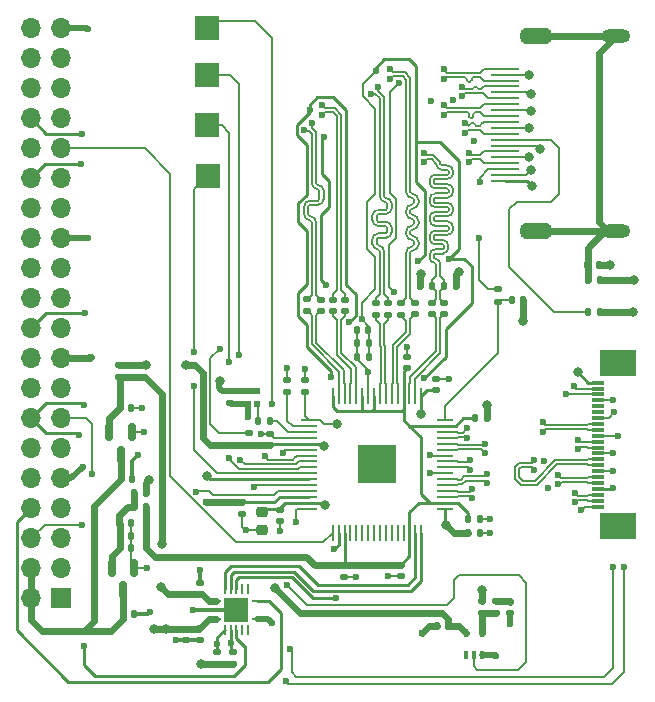
<source format=gtl>
G04 #@! TF.GenerationSoftware,KiCad,Pcbnew,8.0.1*
G04 #@! TF.CreationDate,2024-05-20T13:32:06+05:00*
G04 #@! TF.ProjectId,EDP Converter,45445020-436f-46e7-9665-727465722e6b,rev?*
G04 #@! TF.SameCoordinates,Original*
G04 #@! TF.FileFunction,Copper,L1,Top*
G04 #@! TF.FilePolarity,Positive*
%FSLAX46Y46*%
G04 Gerber Fmt 4.6, Leading zero omitted, Abs format (unit mm)*
G04 Created by KiCad (PCBNEW 8.0.1) date 2024-05-20 13:32:06*
%MOMM*%
%LPD*%
G01*
G04 APERTURE LIST*
G04 Aperture macros list*
%AMRoundRect*
0 Rectangle with rounded corners*
0 $1 Rounding radius*
0 $2 $3 $4 $5 $6 $7 $8 $9 X,Y pos of 4 corners*
0 Add a 4 corners polygon primitive as box body*
4,1,4,$2,$3,$4,$5,$6,$7,$8,$9,$2,$3,0*
0 Add four circle primitives for the rounded corners*
1,1,$1+$1,$2,$3*
1,1,$1+$1,$4,$5*
1,1,$1+$1,$6,$7*
1,1,$1+$1,$8,$9*
0 Add four rect primitives between the rounded corners*
20,1,$1+$1,$2,$3,$4,$5,0*
20,1,$1+$1,$4,$5,$6,$7,0*
20,1,$1+$1,$6,$7,$8,$9,0*
20,1,$1+$1,$8,$9,$2,$3,0*%
G04 Aperture macros list end*
G04 #@! TA.AperFunction,SMDPad,CuDef*
%ADD10R,0.500000X0.600000*%
G04 #@! TD*
G04 #@! TA.AperFunction,SMDPad,CuDef*
%ADD11RoundRect,0.140000X0.170000X-0.140000X0.170000X0.140000X-0.170000X0.140000X-0.170000X-0.140000X0*%
G04 #@! TD*
G04 #@! TA.AperFunction,SMDPad,CuDef*
%ADD12RoundRect,0.140000X-0.170000X0.140000X-0.170000X-0.140000X0.170000X-0.140000X0.170000X0.140000X0*%
G04 #@! TD*
G04 #@! TA.AperFunction,SMDPad,CuDef*
%ADD13RoundRect,0.140000X0.140000X0.170000X-0.140000X0.170000X-0.140000X-0.170000X0.140000X-0.170000X0*%
G04 #@! TD*
G04 #@! TA.AperFunction,SMDPad,CuDef*
%ADD14RoundRect,0.140000X-0.140000X-0.170000X0.140000X-0.170000X0.140000X0.170000X-0.140000X0.170000X0*%
G04 #@! TD*
G04 #@! TA.AperFunction,SMDPad,CuDef*
%ADD15RoundRect,0.135000X-0.135000X-0.185000X0.135000X-0.185000X0.135000X0.185000X-0.135000X0.185000X0*%
G04 #@! TD*
G04 #@! TA.AperFunction,SMDPad,CuDef*
%ADD16RoundRect,0.135000X0.185000X-0.135000X0.185000X0.135000X-0.185000X0.135000X-0.185000X-0.135000X0*%
G04 #@! TD*
G04 #@! TA.AperFunction,SMDPad,CuDef*
%ADD17RoundRect,0.135000X-0.185000X0.135000X-0.185000X-0.135000X0.185000X-0.135000X0.185000X0.135000X0*%
G04 #@! TD*
G04 #@! TA.AperFunction,SMDPad,CuDef*
%ADD18RoundRect,0.150000X-0.150000X0.587500X-0.150000X-0.587500X0.150000X-0.587500X0.150000X0.587500X0*%
G04 #@! TD*
G04 #@! TA.AperFunction,SMDPad,CuDef*
%ADD19RoundRect,0.135000X0.135000X0.185000X-0.135000X0.185000X-0.135000X-0.185000X0.135000X-0.185000X0*%
G04 #@! TD*
G04 #@! TA.AperFunction,SMDPad,CuDef*
%ADD20R,2.000000X2.000000*%
G04 #@! TD*
G04 #@! TA.AperFunction,SMDPad,CuDef*
%ADD21R,2.400000X0.280000*%
G04 #@! TD*
G04 #@! TA.AperFunction,ComponentPad*
%ADD22O,2.800000X1.400000*%
G04 #@! TD*
G04 #@! TA.AperFunction,ComponentPad*
%ADD23O,2.400000X1.200000*%
G04 #@! TD*
G04 #@! TA.AperFunction,SMDPad,CuDef*
%ADD24R,0.279400X1.346200*%
G04 #@! TD*
G04 #@! TA.AperFunction,SMDPad,CuDef*
%ADD25R,1.346200X0.279400*%
G04 #@! TD*
G04 #@! TA.AperFunction,SMDPad,CuDef*
%ADD26R,3.302000X3.302000*%
G04 #@! TD*
G04 #@! TA.AperFunction,SMDPad,CuDef*
%ADD27RoundRect,0.147500X0.172500X-0.147500X0.172500X0.147500X-0.172500X0.147500X-0.172500X-0.147500X0*%
G04 #@! TD*
G04 #@! TA.AperFunction,SMDPad,CuDef*
%ADD28R,0.850000X0.280000*%
G04 #@! TD*
G04 #@! TA.AperFunction,SMDPad,CuDef*
%ADD29R,0.280000X0.850000*%
G04 #@! TD*
G04 #@! TA.AperFunction,SMDPad,CuDef*
%ADD30R,2.050000X2.050000*%
G04 #@! TD*
G04 #@! TA.AperFunction,SMDPad,CuDef*
%ADD31RoundRect,0.100000X0.100000X-0.225000X0.100000X0.225000X-0.100000X0.225000X-0.100000X-0.225000X0*%
G04 #@! TD*
G04 #@! TA.AperFunction,SMDPad,CuDef*
%ADD32R,1.100000X0.300000*%
G04 #@! TD*
G04 #@! TA.AperFunction,SMDPad,CuDef*
%ADD33R,3.100000X2.300000*%
G04 #@! TD*
G04 #@! TA.AperFunction,SMDPad,CuDef*
%ADD34RoundRect,0.225000X-0.250000X0.225000X-0.250000X-0.225000X0.250000X-0.225000X0.250000X0.225000X0*%
G04 #@! TD*
G04 #@! TA.AperFunction,ComponentPad*
%ADD35R,1.700000X1.700000*%
G04 #@! TD*
G04 #@! TA.AperFunction,ComponentPad*
%ADD36O,1.700000X1.700000*%
G04 #@! TD*
G04 #@! TA.AperFunction,ViaPad*
%ADD37C,0.600000*%
G04 #@! TD*
G04 #@! TA.AperFunction,ViaPad*
%ADD38C,0.800000*%
G04 #@! TD*
G04 #@! TA.AperFunction,Conductor*
%ADD39C,0.200000*%
G04 #@! TD*
G04 #@! TA.AperFunction,Conductor*
%ADD40C,0.250000*%
G04 #@! TD*
G04 #@! TA.AperFunction,Conductor*
%ADD41C,0.160000*%
G04 #@! TD*
G04 #@! TA.AperFunction,Conductor*
%ADD42C,0.500000*%
G04 #@! TD*
G04 #@! TA.AperFunction,Conductor*
%ADD43C,0.600000*%
G04 #@! TD*
G04 #@! TA.AperFunction,Conductor*
%ADD44C,0.300000*%
G04 #@! TD*
G04 #@! TA.AperFunction,Conductor*
%ADD45C,0.254000*%
G04 #@! TD*
G04 APERTURE END LIST*
D10*
X115250000Y-108100000D03*
X115250000Y-109200000D03*
X116050000Y-109200000D03*
X116050000Y-108100000D03*
D11*
X113750000Y-109080000D03*
X113750000Y-108120000D03*
D12*
X118600000Y-107170000D03*
X118600000Y-108130000D03*
D13*
X132205000Y-127975000D03*
X131245000Y-127975000D03*
D12*
X117950000Y-118120000D03*
X117950000Y-119080000D03*
D14*
X124540000Y-104050000D03*
X125500000Y-104050000D03*
D15*
X105642500Y-116750000D03*
X106662500Y-116750000D03*
D14*
X134520000Y-110400000D03*
X135480000Y-110400000D03*
D16*
X104387500Y-106885000D03*
X104387500Y-105865000D03*
D17*
X115400000Y-111640000D03*
X115400000Y-112660000D03*
D14*
X133920000Y-118900000D03*
X134880000Y-118900000D03*
D11*
X128250000Y-101615000D03*
X128250000Y-100655000D03*
D12*
X123425000Y-122845000D03*
X123425000Y-123805000D03*
D14*
X124520000Y-105200000D03*
X125480000Y-105200000D03*
X133920000Y-120100000D03*
X134880000Y-120100000D03*
D11*
X117150000Y-112655000D03*
X117150000Y-111695000D03*
D18*
X105450000Y-111587500D03*
X103550000Y-111587500D03*
X104500000Y-113462500D03*
D19*
X132910000Y-99200000D03*
X131890000Y-99200000D03*
D12*
X114800000Y-117520000D03*
X114800000Y-118480000D03*
D14*
X124495000Y-102900000D03*
X125455000Y-102900000D03*
X104407500Y-109500000D03*
X105367500Y-109500000D03*
D20*
X111875000Y-89850000D03*
D12*
X128200000Y-122800000D03*
X128200000Y-123760000D03*
D21*
X137020000Y-80800000D03*
X137020000Y-81300000D03*
X137020000Y-81800000D03*
X137020000Y-82300000D03*
X137020000Y-82800000D03*
X137020000Y-83300000D03*
X137020000Y-83800000D03*
X137020000Y-84300000D03*
X137020000Y-84800000D03*
X137020000Y-85300000D03*
X137020000Y-85800000D03*
X137020000Y-86300000D03*
X137020000Y-86800000D03*
X137020000Y-87300000D03*
X137020000Y-87800000D03*
X137020000Y-88300000D03*
X137020000Y-88800000D03*
X137020000Y-89300000D03*
X137020000Y-89800000D03*
X137020000Y-90300000D03*
D22*
X139620000Y-94550000D03*
X139620000Y-78050000D03*
D23*
X146400000Y-94550000D03*
X146400000Y-78050000D03*
D11*
X123525000Y-101300000D03*
X123525000Y-100340000D03*
D24*
X122450000Y-120078500D03*
X122949999Y-120078500D03*
X123450000Y-120078500D03*
X123949999Y-120078500D03*
X124450001Y-120078500D03*
X124950000Y-120078500D03*
X125449999Y-120078500D03*
X125950000Y-120078500D03*
X126450000Y-120078500D03*
X126950001Y-120078500D03*
X127450000Y-120078500D03*
X127949999Y-120078500D03*
X128450001Y-120078500D03*
X128950000Y-120078500D03*
X129450001Y-120078500D03*
X129950000Y-120078500D03*
D25*
X131978500Y-118050000D03*
X131978500Y-117550001D03*
X131978500Y-117050000D03*
X131978500Y-116550001D03*
X131978500Y-116049999D03*
X131978500Y-115550000D03*
X131978500Y-115050001D03*
X131978500Y-114550000D03*
X131978500Y-114050000D03*
X131978500Y-113549999D03*
X131978500Y-113050000D03*
X131978500Y-112550001D03*
X131978500Y-112049999D03*
X131978500Y-111550000D03*
X131978500Y-111049999D03*
X131978500Y-110550000D03*
D24*
X129950000Y-108521500D03*
X129450001Y-108521500D03*
X128950000Y-108521500D03*
X128450001Y-108521500D03*
X127949999Y-108521500D03*
X127450000Y-108521500D03*
X126950001Y-108521500D03*
X126450000Y-108521500D03*
X125950000Y-108521500D03*
X125449999Y-108521500D03*
X124950000Y-108521500D03*
X124450001Y-108521500D03*
X123949999Y-108521500D03*
X123450000Y-108521500D03*
X122949999Y-108521500D03*
X122450000Y-108521500D03*
D25*
X120421500Y-110550000D03*
X120421500Y-111049999D03*
X120421500Y-111550000D03*
X120421500Y-112049999D03*
X120421500Y-112550001D03*
X120421500Y-113050000D03*
X120421500Y-113549999D03*
X120421500Y-114050000D03*
X120421500Y-114550000D03*
X120421500Y-115050001D03*
X120421500Y-115550000D03*
X120421500Y-116049999D03*
X120421500Y-116550001D03*
X120421500Y-117050000D03*
X120421500Y-117550001D03*
X120421500Y-118050000D03*
D26*
X126200000Y-114300000D03*
D27*
X137500000Y-126885000D03*
X137500000Y-125915000D03*
D11*
X127150000Y-101630000D03*
X127150000Y-100670000D03*
X128700000Y-106130000D03*
X128700000Y-105170000D03*
D12*
X110050000Y-128195000D03*
X110050000Y-129155000D03*
D11*
X120300000Y-101295000D03*
X120300000Y-100335000D03*
D14*
X104507500Y-115500000D03*
X105467500Y-115500000D03*
D19*
X130860000Y-99200000D03*
X129840000Y-99200000D03*
D12*
X111175000Y-128170000D03*
X111175000Y-129130000D03*
D11*
X131900000Y-101555000D03*
X131900000Y-100595000D03*
X130850000Y-101580000D03*
X130850000Y-100620000D03*
D17*
X135100000Y-125890000D03*
X135100000Y-126910000D03*
D20*
X111800000Y-85600000D03*
X111775000Y-81325000D03*
D16*
X114000000Y-131210000D03*
X114000000Y-130190000D03*
D14*
X144020000Y-97400000D03*
X144980000Y-97400000D03*
D28*
X112575000Y-127350000D03*
D29*
X113300000Y-128325000D03*
X113800000Y-128325000D03*
X114300000Y-128325000D03*
X114800000Y-128325000D03*
X115300000Y-128325000D03*
D28*
X116025000Y-127350000D03*
X116025000Y-125850000D03*
D29*
X115300000Y-124875000D03*
X114800000Y-124875000D03*
X114300000Y-124875000D03*
X113800000Y-124875000D03*
X113300000Y-124875000D03*
D28*
X112575000Y-125850000D03*
D30*
X114300000Y-126600000D03*
D14*
X104682500Y-126962500D03*
X105642500Y-126962500D03*
D16*
X136470000Y-100510000D03*
X136470000Y-99490000D03*
D11*
X129400000Y-101590000D03*
X129400000Y-100630000D03*
D31*
X133750000Y-130450000D03*
X134400000Y-130450000D03*
X135050000Y-130450000D03*
X135050000Y-128550000D03*
X133750000Y-128550000D03*
D32*
X144875000Y-117875000D03*
X144875000Y-117375000D03*
X144875000Y-116875000D03*
X144875000Y-116375000D03*
X144875000Y-115875000D03*
X144875000Y-115375000D03*
X144875000Y-114875000D03*
X144875000Y-114375000D03*
X144875000Y-113875000D03*
X144875000Y-113375000D03*
X144875000Y-112875000D03*
X144875000Y-112375000D03*
X144875000Y-111875000D03*
X144875000Y-111375000D03*
X144875000Y-110875000D03*
X144875000Y-110375000D03*
X144875000Y-109875000D03*
X144875000Y-109375000D03*
X144875000Y-108875000D03*
X144875000Y-108375000D03*
X144875000Y-107875000D03*
X144875000Y-107375000D03*
D33*
X146575000Y-119545000D03*
X146575000Y-105705000D03*
D11*
X120100000Y-108130000D03*
X120100000Y-107170000D03*
D18*
X105625000Y-123075000D03*
X103725000Y-123075000D03*
X104675000Y-124950000D03*
D13*
X138600000Y-100400000D03*
X137640000Y-100400000D03*
D11*
X121420000Y-101300000D03*
X121420000Y-100340000D03*
D16*
X136300000Y-126910000D03*
X136300000Y-125890000D03*
D19*
X145110000Y-101400000D03*
X144090000Y-101400000D03*
D11*
X131200000Y-108030000D03*
X131200000Y-107070000D03*
X122500000Y-101300000D03*
X122500000Y-100340000D03*
D14*
X104407500Y-120325000D03*
X105367500Y-120325000D03*
D15*
X116090000Y-110600000D03*
X117110000Y-110600000D03*
D11*
X111225000Y-125280000D03*
X111225000Y-124320000D03*
D15*
X105617500Y-117925000D03*
X106637500Y-117925000D03*
D11*
X126100000Y-101630000D03*
X126100000Y-100670000D03*
D14*
X104382500Y-119300000D03*
X105342500Y-119300000D03*
D19*
X145080000Y-98675000D03*
X144060000Y-98675000D03*
D20*
X111800000Y-77350000D03*
D34*
X116500000Y-118300000D03*
X116500000Y-119850000D03*
D16*
X112675000Y-131210000D03*
X112675000Y-130190000D03*
D14*
X104407500Y-121375000D03*
X105367500Y-121375000D03*
D35*
X99440000Y-125640000D03*
D36*
X96900000Y-125640000D03*
X99440000Y-123100000D03*
X96900000Y-123100000D03*
X99440000Y-120560000D03*
X96900000Y-120560000D03*
X99440000Y-118020000D03*
X96900000Y-118020000D03*
X99440000Y-115480000D03*
X96900000Y-115480000D03*
X99440000Y-112940000D03*
X96900000Y-112940000D03*
X99440000Y-110400000D03*
X96900000Y-110400000D03*
X99440000Y-107860000D03*
X96900000Y-107860000D03*
X99440000Y-105320000D03*
X96900000Y-105320000D03*
X99440000Y-102780000D03*
X96900000Y-102780000D03*
X99440000Y-100240000D03*
X96900000Y-100240000D03*
X99440000Y-97700000D03*
X96900000Y-97700000D03*
X99440000Y-95160000D03*
X96900000Y-95160000D03*
X99440000Y-92620000D03*
X96900000Y-92620000D03*
X99440000Y-90080000D03*
X96900000Y-90080000D03*
X99440000Y-87540000D03*
X96900000Y-87540000D03*
X99440000Y-85000000D03*
X96900000Y-85000000D03*
X99440000Y-82460000D03*
X96900000Y-82460000D03*
X99440000Y-79920000D03*
X96900000Y-79920000D03*
X99440000Y-77380000D03*
X96900000Y-77380000D03*
D37*
X130750000Y-83500000D03*
X132600000Y-83450000D03*
X128050000Y-82000000D03*
X115250000Y-110300000D03*
D38*
X112900000Y-107200000D03*
X110000000Y-105900000D03*
X106600000Y-105900000D03*
D37*
X116700000Y-113600000D03*
X115800000Y-116250000D03*
X118600000Y-106150000D03*
X127300000Y-80850000D03*
X131850000Y-80850000D03*
X131850000Y-81700000D03*
X127300000Y-81700000D03*
X133400000Y-82315823D03*
X126282843Y-82334314D03*
X133400000Y-83115823D03*
X125717157Y-82900000D03*
X134000000Y-87900000D03*
X130200000Y-87900000D03*
X134000000Y-88700000D03*
X130200000Y-88700000D03*
X121550000Y-83900000D03*
X131865007Y-83900000D03*
X121550000Y-84700000D03*
X131865007Y-84700000D03*
X120682843Y-85384314D03*
X133650000Y-85400000D03*
X133650000Y-86200000D03*
X120050000Y-85950000D03*
D38*
X139200000Y-84400000D03*
D37*
X126200000Y-114300000D03*
D38*
X138600000Y-102200000D03*
D37*
X132270000Y-107070000D03*
X146150000Y-113350000D03*
X106300000Y-109500000D03*
X101750000Y-95150000D03*
X135800000Y-118950000D03*
X127100000Y-123755000D03*
X146200000Y-116300000D03*
X130200000Y-107000000D03*
X115100000Y-119875000D03*
D38*
X147900000Y-101400000D03*
D37*
X128700000Y-104400000D03*
X101400000Y-109300000D03*
X117300000Y-127700000D03*
X117950000Y-119900000D03*
X132300000Y-96900000D03*
X113700000Y-126000000D03*
X140650000Y-116300000D03*
D38*
X148000000Y-98700000D03*
D37*
X146175000Y-108875000D03*
X140300000Y-114000000D03*
D38*
X145900000Y-97400000D03*
D37*
X130650001Y-115050001D03*
X123850000Y-102250000D03*
X124400000Y-123800000D03*
X126100000Y-81000000D03*
X130000000Y-128600000D03*
X119300000Y-119200000D03*
X101500000Y-101500000D03*
X135800000Y-120100000D03*
X146200000Y-114900000D03*
X114900000Y-126000000D03*
X116400000Y-111700000D03*
X120500000Y-84300000D03*
X134400000Y-86900000D03*
X124900000Y-102000000D03*
X113700000Y-127100000D03*
D38*
X139200000Y-82900000D03*
D37*
X106700000Y-123075000D03*
X106487500Y-111587500D03*
X101200000Y-86300000D03*
X101200000Y-119400000D03*
X120100000Y-106200000D03*
D38*
X139200000Y-89400000D03*
D37*
X101300000Y-114500000D03*
X106000000Y-113500000D03*
X146600000Y-111900000D03*
X110600000Y-126600000D03*
D38*
X135500000Y-109300000D03*
D37*
X114900000Y-127100000D03*
X127600000Y-99700000D03*
X114300000Y-126600000D03*
X101100000Y-88900000D03*
X122300000Y-106900000D03*
D38*
X133100000Y-98000000D03*
D37*
X125400000Y-113500000D03*
X101000000Y-111800000D03*
X137500000Y-127800000D03*
X127000000Y-113500000D03*
X129700000Y-97100000D03*
X107000000Y-126800000D03*
X143500000Y-118200000D03*
X121700000Y-86600000D03*
X109200000Y-129200000D03*
X101700000Y-77400000D03*
D38*
X139100000Y-81300000D03*
D37*
X121900000Y-99100000D03*
X125400000Y-115200000D03*
X146300000Y-109900000D03*
X127000000Y-115200000D03*
X136300000Y-130500000D03*
D38*
X139100000Y-85800000D03*
X139100000Y-88300000D03*
X140000000Y-87600000D03*
D37*
X130700000Y-113500000D03*
X111225000Y-123275000D03*
D38*
X108000000Y-121000000D03*
X117600000Y-124800000D03*
X107900000Y-124700000D03*
X121800000Y-117700000D03*
X121700000Y-112700000D03*
D37*
X111700000Y-117520000D03*
D38*
X111800000Y-115300000D03*
X122800000Y-110900000D03*
X132000000Y-119400000D03*
X106900000Y-115600000D03*
X129900000Y-110000000D03*
D37*
X112900000Y-104500000D03*
X125449999Y-106500000D03*
X101100000Y-105300000D03*
D38*
X143200000Y-106500000D03*
X135100000Y-124900000D03*
X107300000Y-128200000D03*
X129900000Y-98200000D03*
X108300000Y-128200000D03*
D37*
X102000000Y-105200000D03*
D38*
X139300000Y-90700000D03*
X111300000Y-131200000D03*
D37*
X134900000Y-90400000D03*
X134800000Y-95100000D03*
X142950000Y-117500000D03*
X134250000Y-116350000D03*
X140250000Y-110750000D03*
X133850000Y-112050000D03*
X135350000Y-113350000D03*
X143200000Y-112200000D03*
X134100000Y-114750000D03*
X139500000Y-114750000D03*
X141550000Y-115200000D03*
X135550000Y-115900000D03*
X142950000Y-116700000D03*
X134250000Y-117150000D03*
X112675000Y-129500000D03*
X147150000Y-122950000D03*
X142200000Y-108300000D03*
X118475000Y-132675000D03*
X118800000Y-129900000D03*
X142900000Y-107700000D03*
X146200000Y-123000000D03*
X113800000Y-129400000D03*
X134100000Y-113950000D03*
X139500000Y-113950000D03*
X143200000Y-113000000D03*
X135350000Y-112550000D03*
X141550000Y-116000000D03*
X135550000Y-115100000D03*
X133850000Y-111250000D03*
X140250000Y-111550000D03*
X101400000Y-129700000D03*
X110900000Y-116600000D03*
X102100000Y-115100000D03*
X118600000Y-124500000D03*
X110700000Y-104800000D03*
X110700000Y-107700000D03*
X114500000Y-105050000D03*
X114600000Y-113900000D03*
X118200000Y-113300000D03*
X117300000Y-109200000D03*
X113700000Y-113800000D03*
X113700000Y-105650000D03*
X122700000Y-125600000D03*
X122600000Y-121500000D03*
D39*
X113100000Y-85600000D02*
X111800000Y-85600000D01*
X113700000Y-86200000D02*
X113100000Y-85600000D01*
X113700000Y-105650000D02*
X113700000Y-86200000D01*
D40*
X131500000Y-87000000D02*
X129500000Y-87000000D01*
X133100000Y-88600000D02*
X131500000Y-87000000D01*
X133100000Y-96100000D02*
X133100000Y-88600000D01*
X132300000Y-96900000D02*
X133100000Y-96100000D01*
X129500000Y-90400000D02*
X129500000Y-87000000D01*
X130250000Y-91150000D02*
X129500000Y-90400000D01*
X130250000Y-96550000D02*
X130250000Y-91150000D01*
X129700000Y-97100000D02*
X130250000Y-96550000D01*
D39*
X127200000Y-99300000D02*
X127600000Y-99700000D01*
X127825000Y-95125000D02*
X127200000Y-95750000D01*
X127300000Y-82750000D02*
X127300000Y-91345962D01*
X127300000Y-91345962D02*
X127825000Y-91870962D01*
X127200000Y-95750000D02*
X127200000Y-99300000D01*
X128050000Y-82000000D02*
X127300000Y-82750000D01*
X127825000Y-91870962D02*
X127825000Y-95125000D01*
X125000000Y-82100000D02*
X126100000Y-81000000D01*
X125000000Y-83150000D02*
X125000000Y-82100000D01*
X126050000Y-84200000D02*
X125000000Y-83150000D01*
X126050000Y-91400000D02*
X126050000Y-84200000D01*
X125350000Y-92100000D02*
X126050000Y-91400000D01*
X125350000Y-96050000D02*
X125350000Y-92100000D01*
X126050000Y-99450000D02*
X126050000Y-96750000D01*
X124900000Y-100600000D02*
X126050000Y-99450000D01*
X124900000Y-102000000D02*
X124900000Y-100600000D01*
X126050000Y-96750000D02*
X125350000Y-96050000D01*
D40*
X128900000Y-80000000D02*
X129500000Y-80600000D01*
X126800000Y-80000000D02*
X128900000Y-80000000D01*
X126100000Y-81000000D02*
X126100000Y-80700000D01*
X126100000Y-80700000D02*
X126800000Y-80000000D01*
X129500000Y-80600000D02*
X129500000Y-87000000D01*
X121150000Y-83200000D02*
X120500000Y-83850000D01*
X122500000Y-83200000D02*
X121150000Y-83200000D01*
X124400000Y-99900000D02*
X123600000Y-99100000D01*
X123600000Y-99100000D02*
X123600000Y-84300000D01*
X124400000Y-101700000D02*
X124400000Y-99900000D01*
X120500000Y-83850000D02*
X120500000Y-84300000D01*
X123850000Y-102250000D02*
X124400000Y-101700000D01*
X123600000Y-84300000D02*
X122500000Y-83200000D01*
X122092500Y-92507500D02*
X121450000Y-93150000D01*
X121500000Y-89700000D02*
X122092500Y-90292500D01*
X121500000Y-86800000D02*
X121500000Y-89700000D01*
X121700000Y-86600000D02*
X121500000Y-86800000D01*
X122092500Y-90292500D02*
X122092500Y-92507500D01*
X121450000Y-93150000D02*
X121450000Y-98650000D01*
X121450000Y-98650000D02*
X121900000Y-99100000D01*
X119400000Y-86400000D02*
X119400000Y-85575000D01*
X119400000Y-85575000D02*
X120500000Y-84475000D01*
X120250000Y-87250000D02*
X119400000Y-86400000D01*
X119500000Y-92204867D02*
X120250000Y-91454867D01*
X120250000Y-91454867D02*
X120250000Y-87250000D01*
X119500000Y-93750000D02*
X119500000Y-92204867D01*
X120500000Y-84475000D02*
X120500000Y-84300000D01*
X120272500Y-99027500D02*
X120272500Y-94522500D01*
X119500000Y-101750000D02*
X119500000Y-99800000D01*
X120277500Y-102527500D02*
X119500000Y-101750000D01*
X119500000Y-99800000D02*
X120272500Y-99027500D01*
X120277500Y-104327500D02*
X120277500Y-102527500D01*
X122300000Y-106350000D02*
X120277500Y-104327500D01*
X120272500Y-94522500D02*
X119500000Y-93750000D01*
X122300000Y-106900000D02*
X122300000Y-106350000D01*
D41*
X120532500Y-93278790D02*
G75*
G02*
X120387510Y-93133790I0J144990D01*
G01*
X121182500Y-91958790D02*
G75*
G03*
X121327490Y-91813790I0J144990D01*
G01*
X120027500Y-92463790D02*
G75*
G02*
X120532500Y-91958800I505000J-10D01*
G01*
X120677500Y-93783790D02*
G75*
G03*
X120532500Y-93638800I-145000J-10D01*
G01*
X121182500Y-92318790D02*
G75*
G03*
X121687490Y-91813790I0J504990D01*
G01*
X120387500Y-92463790D02*
G75*
G02*
X120532500Y-92318800I145000J-10D01*
G01*
X121182500Y-90638790D02*
G75*
G02*
X121037510Y-90493790I0J144990D01*
G01*
X121182500Y-90998790D02*
G75*
G02*
X120677510Y-90493790I0J504990D01*
G01*
X121687500Y-91143790D02*
G75*
G03*
X121182500Y-90638800I-505000J-10D01*
G01*
X121327500Y-91143790D02*
G75*
G03*
X121182500Y-90998800I-145000J-10D01*
G01*
X120532500Y-93638790D02*
G75*
G02*
X120027510Y-93133790I0J504990D01*
G01*
X121037500Y-93783790D02*
G75*
G03*
X120532500Y-93278800I-505000J-10D01*
G01*
X120532500Y-92318790D02*
X120677500Y-92318790D01*
X120428284Y-86082843D02*
X120117157Y-86082843D01*
X121037500Y-89823790D02*
X121037500Y-89801940D01*
X120677500Y-92318790D02*
X121182500Y-92318790D01*
X121037500Y-86182941D02*
X120682843Y-85828284D01*
X121037500Y-89801940D02*
X121037500Y-86182941D01*
X121420000Y-100340000D02*
X121037500Y-99957500D01*
X120677500Y-89823790D02*
X120677500Y-89801940D01*
X120387500Y-93133790D02*
X120387500Y-92463790D01*
X120027500Y-93133790D02*
X120027500Y-92463790D01*
X120677500Y-91958790D02*
X121182500Y-91958790D01*
X120677500Y-90493790D02*
X120677500Y-89823790D01*
X120677500Y-99957500D02*
X120677500Y-93783790D01*
X120682843Y-85828284D02*
X120682843Y-85517157D01*
X121037500Y-90493790D02*
X121037500Y-89823790D01*
X120677500Y-86332059D02*
X120428284Y-86082843D01*
X120300000Y-100335000D02*
X120677500Y-99957500D01*
X121687500Y-91813790D02*
X121687500Y-91143790D01*
X120677500Y-89801940D02*
X120677500Y-86332059D01*
X121327500Y-91813790D02*
X121327500Y-91143790D01*
X120532500Y-91958790D02*
X120677500Y-91958790D01*
X121037500Y-99957500D02*
X121037500Y-93783790D01*
X134899999Y-85980000D02*
X133870000Y-85980000D01*
X133870000Y-85980000D02*
X133650000Y-86200000D01*
X135219999Y-86300000D02*
X134899999Y-85980000D01*
X137020000Y-86300000D02*
X135219999Y-86300000D01*
X134085000Y-85505000D02*
G75*
G02*
X134200000Y-85390000I115000J0D01*
G01*
X133970000Y-85620000D02*
G75*
G03*
X134085000Y-85505000I0J115000D01*
G01*
X134445000Y-85505000D02*
G75*
G03*
X134560000Y-85620000I115000J0D01*
G01*
X134330000Y-85390000D02*
G75*
G02*
X134445000Y-85505000I0J-115000D01*
G01*
X135219999Y-85300000D02*
X137020000Y-85300000D01*
X135032767Y-85487232D02*
X135219999Y-85300000D01*
X134200000Y-85390000D02*
X134330000Y-85390000D01*
X134899999Y-85620000D02*
X135032767Y-85487232D01*
X133945000Y-85595000D02*
X133970000Y-85620000D01*
X133750000Y-85400000D02*
X133945000Y-85595000D01*
X134560000Y-85620000D02*
X134690000Y-85620000D01*
X134690000Y-85620000D02*
X134899999Y-85620000D01*
X130860000Y-98719999D02*
X130860000Y-99200000D01*
X130300000Y-88650000D02*
X130470000Y-88480000D01*
X130655000Y-96545560D02*
X130655000Y-96795560D01*
X130655000Y-93385560D02*
X130655000Y-93635560D01*
X132149000Y-92935560D02*
X131555000Y-92935560D01*
X132645000Y-94221560D02*
X132645000Y-94379560D01*
X132285000Y-92641560D02*
X132285000Y-92799560D01*
X131105000Y-92505560D02*
X131195000Y-92505560D01*
X131105000Y-90925560D02*
X131195000Y-90925560D01*
X131691000Y-89345560D02*
X132149000Y-89345560D01*
X131555000Y-94875560D02*
X131105000Y-94875560D01*
X130825440Y-88480000D02*
X131195000Y-88849560D01*
X131555000Y-97335560D02*
X131555000Y-97585560D01*
X132285000Y-89481560D02*
X132285000Y-89639560D01*
X130470000Y-88480000D02*
X130825440Y-88480000D01*
X131555000Y-98250000D02*
X131555000Y-98384999D01*
X131195000Y-97585560D02*
X131195000Y-98250000D01*
X131885000Y-95801560D02*
X131885000Y-95959560D01*
X131195000Y-92505560D02*
X132149000Y-92505560D01*
X131555000Y-91355560D02*
X131105000Y-91355560D01*
X131015000Y-96545560D02*
X131015000Y-96795560D01*
X131890000Y-98719999D02*
X131890000Y-99200000D01*
X132149000Y-91355560D02*
X131555000Y-91355560D01*
X132149000Y-94515560D02*
X131555000Y-94515560D01*
X130655000Y-91805560D02*
X130655000Y-92055560D01*
X132285000Y-91061560D02*
X132285000Y-91219560D01*
X131195000Y-90925560D02*
X132149000Y-90925560D01*
X131195000Y-97335560D02*
X131195000Y-97585560D01*
X131691000Y-89775560D02*
X131105000Y-89775560D01*
X131195000Y-94085560D02*
X132149000Y-94085560D01*
X131555000Y-96095560D02*
X131105000Y-96095560D01*
X131749000Y-96455560D02*
X131555000Y-96455560D01*
X130655000Y-94965560D02*
X130655000Y-95215560D01*
X131015000Y-94965560D02*
X131015000Y-95215560D01*
X131749000Y-96095560D02*
X131555000Y-96095560D01*
X131105000Y-94085560D02*
X131195000Y-94085560D01*
X131105000Y-95665560D02*
X131195000Y-95665560D01*
X131555000Y-92935560D02*
X131105000Y-92935560D01*
X131555000Y-98384999D02*
X131890000Y-98719999D01*
X131015000Y-93385560D02*
X131015000Y-93635560D01*
X131195000Y-98250000D02*
X131195000Y-98384999D01*
X132285000Y-94221560D02*
X132285000Y-94379560D01*
X131555000Y-94515560D02*
X131105000Y-94515560D01*
X132149000Y-89775560D02*
X131691000Y-89775560D01*
X130655000Y-90225560D02*
X130655000Y-90475560D01*
X131691000Y-90135560D02*
X131105000Y-90135560D01*
X131105000Y-93725560D02*
X131195000Y-93725560D01*
X130300000Y-87950000D02*
X130470000Y-88120000D01*
X131691000Y-88985560D02*
X132149000Y-88985560D01*
X131195000Y-95665560D02*
X131749000Y-95665560D01*
X132645000Y-92641560D02*
X132645000Y-92799560D01*
X131555000Y-88737940D02*
X131555000Y-88849560D01*
X131105000Y-90565560D02*
X131195000Y-90565560D01*
X131555000Y-88700440D02*
X131555000Y-88737940D01*
X132245000Y-95801560D02*
X132245000Y-95959560D01*
X132645000Y-89481560D02*
X132645000Y-89639560D01*
X132149000Y-93295560D02*
X131555000Y-93295560D01*
X131195000Y-98384999D02*
X130860000Y-98719999D01*
X131015000Y-91805560D02*
X131015000Y-92055560D01*
X131555000Y-93295560D02*
X131105000Y-93295560D01*
X131015000Y-90225560D02*
X131015000Y-90475560D01*
X132149000Y-91715560D02*
X131555000Y-91715560D01*
X131555000Y-91715560D02*
X131105000Y-91715560D01*
X130974560Y-88120000D02*
X131555000Y-88700440D01*
X132149000Y-90135560D02*
X131691000Y-90135560D01*
X131195000Y-92145560D02*
X132149000Y-92145560D01*
X131105000Y-92145560D02*
X131195000Y-92145560D01*
X131195000Y-90565560D02*
X132149000Y-90565560D01*
X131195000Y-95305560D02*
X131749000Y-95305560D01*
X130470000Y-88120000D02*
X130974560Y-88120000D01*
X132149000Y-94875560D02*
X131555000Y-94875560D01*
X131195000Y-93725560D02*
X132149000Y-93725560D01*
X131555000Y-97585560D02*
X131555000Y-98250000D01*
X131555000Y-96455560D02*
X131105000Y-96455560D01*
X131105000Y-95305560D02*
X131195000Y-95305560D01*
X132645000Y-91061560D02*
X132645000Y-91219560D01*
X130655000Y-92055560D02*
G75*
G03*
X131105000Y-92505600I450000J-40D01*
G01*
X131105000Y-94515560D02*
G75*
G03*
X130654960Y-94965560I0J-450040D01*
G01*
X132149000Y-94085560D02*
G75*
G02*
X132285040Y-94221560I0J-136040D01*
G01*
X131105000Y-91355560D02*
G75*
G03*
X130654960Y-91805560I0J-450040D01*
G01*
X131105000Y-89775560D02*
G75*
G03*
X130654960Y-90225560I0J-450040D01*
G01*
X132149000Y-89345560D02*
G75*
G02*
X132285040Y-89481560I0J-136040D01*
G01*
X131015000Y-95215560D02*
G75*
G03*
X131105000Y-95305600I90000J-40D01*
G01*
X131105000Y-93295560D02*
G75*
G03*
X131014960Y-93385560I0J-90040D01*
G01*
X131015000Y-92055560D02*
G75*
G03*
X131105000Y-92145600I90000J-40D01*
G01*
X132645000Y-91219560D02*
G75*
G02*
X132149000Y-91715600I-496000J-40D01*
G01*
X132285000Y-94379560D02*
G75*
G02*
X132149000Y-94515600I-136000J-40D01*
G01*
X132285000Y-92799560D02*
G75*
G02*
X132149000Y-92935600I-136000J-40D01*
G01*
X132149000Y-92505560D02*
G75*
G02*
X132285040Y-92641560I0J-136040D01*
G01*
X132149000Y-92145560D02*
G75*
G02*
X132645040Y-92641560I0J-496040D01*
G01*
X131195000Y-88849560D02*
G75*
G03*
X131691000Y-89345600I496000J-40D01*
G01*
X132149000Y-93725560D02*
G75*
G02*
X132645040Y-94221560I0J-496040D01*
G01*
X132149000Y-90925560D02*
G75*
G02*
X132285040Y-91061560I0J-136040D01*
G01*
X130655000Y-90475560D02*
G75*
G03*
X131105000Y-90925600I450000J-40D01*
G01*
X132285000Y-89639560D02*
G75*
G02*
X132149000Y-89775600I-136000J-40D01*
G01*
X131749000Y-95305560D02*
G75*
G02*
X132245040Y-95801560I0J-496040D01*
G01*
X131105000Y-97245560D02*
G75*
G02*
X131195040Y-97335560I0J-90040D01*
G01*
X132645000Y-92799560D02*
G75*
G02*
X132149000Y-93295600I-496000J-40D01*
G01*
X131015000Y-90475560D02*
G75*
G03*
X131105000Y-90565600I90000J-40D01*
G01*
X131015000Y-96795560D02*
G75*
G03*
X131105000Y-96885600I90000J-40D01*
G01*
X131105000Y-90135560D02*
G75*
G03*
X131014960Y-90225560I0J-90040D01*
G01*
X131105000Y-96885560D02*
G75*
G02*
X131555040Y-97335560I0J-450040D01*
G01*
X131105000Y-92935560D02*
G75*
G03*
X130654960Y-93385560I0J-450040D01*
G01*
X132149000Y-88985560D02*
G75*
G02*
X132645040Y-89481560I0J-496040D01*
G01*
X131555000Y-88849560D02*
G75*
G03*
X131691000Y-88985600I136000J-40D01*
G01*
X132285000Y-91219560D02*
G75*
G02*
X132149000Y-91355600I-136000J-40D01*
G01*
X131015000Y-93635560D02*
G75*
G03*
X131105000Y-93725600I90000J-40D01*
G01*
X132645000Y-94379560D02*
G75*
G02*
X132149000Y-94875600I-496000J-40D01*
G01*
X131105000Y-96455560D02*
G75*
G03*
X131014960Y-96545560I0J-90040D01*
G01*
X132245000Y-95959560D02*
G75*
G02*
X131749000Y-96455600I-496000J-40D01*
G01*
X131105000Y-94875560D02*
G75*
G03*
X131014960Y-94965560I0J-90040D01*
G01*
X131105000Y-91715560D02*
G75*
G03*
X131014960Y-91805560I0J-90040D01*
G01*
X130655000Y-95215560D02*
G75*
G03*
X131105000Y-95665600I450000J-40D01*
G01*
X130655000Y-93635560D02*
G75*
G03*
X131105000Y-94085600I450000J-40D01*
G01*
X132149000Y-90565560D02*
G75*
G02*
X132645040Y-91061560I0J-496040D01*
G01*
X132645000Y-89639560D02*
G75*
G02*
X132149000Y-90135600I-496000J-40D01*
G01*
X130655000Y-96795560D02*
G75*
G03*
X131105000Y-97245600I450000J-40D01*
G01*
X131105000Y-96095560D02*
G75*
G03*
X130654960Y-96545560I0J-450040D01*
G01*
X131749000Y-95665560D02*
G75*
G02*
X131885040Y-95801560I0J-136040D01*
G01*
X131885000Y-95959560D02*
G75*
G02*
X131749000Y-96095600I-136000J-40D01*
G01*
X133852000Y-84480000D02*
X133780000Y-84480000D01*
X134899999Y-84480000D02*
X134500000Y-84480000D01*
X133780000Y-84480000D02*
X133100000Y-84480000D01*
X132085007Y-84480000D02*
X131865007Y-84700000D01*
X137020000Y-84800000D02*
X135219999Y-84800000D01*
X134356000Y-84624000D02*
X134356000Y-84846000D01*
X135219999Y-84800000D02*
X134899999Y-84480000D01*
X133996000Y-84846000D02*
X133996000Y-84624000D01*
X133100000Y-84480000D02*
X132085007Y-84480000D01*
X134212000Y-84990000D02*
X134140000Y-84990000D01*
X134356000Y-84846000D02*
G75*
G02*
X134212000Y-84990000I-144000J0D01*
G01*
X133996000Y-84624000D02*
G75*
G03*
X133852000Y-84480000I-144000J0D01*
G01*
X134500000Y-84480000D02*
G75*
G03*
X134356000Y-84624000I0J-144000D01*
G01*
X134140000Y-84990000D02*
G75*
G02*
X133996000Y-84846000I0J144000D01*
G01*
X134826891Y-82535823D02*
X134956891Y-82535823D01*
X135000000Y-82535823D02*
X135166827Y-82368996D01*
X135235823Y-82300000D02*
X137020000Y-82300000D01*
X133620000Y-82535823D02*
X134236891Y-82535823D01*
X135166827Y-82368996D02*
X135235823Y-82300000D01*
X134956891Y-82535823D02*
X135000000Y-82535823D01*
X133400000Y-82315823D02*
X133620000Y-82535823D01*
X134466891Y-82305823D02*
X134596891Y-82305823D01*
X134711891Y-82420823D02*
G75*
G03*
X134826891Y-82535809I115009J23D01*
G01*
X134351891Y-82420823D02*
G75*
G02*
X134466891Y-82305791I115009J23D01*
G01*
X134236891Y-82535823D02*
G75*
G03*
X134351923Y-82420823I9J115023D01*
G01*
X134596891Y-82305823D02*
G75*
G02*
X134711877Y-82420823I9J-114977D01*
G01*
X135600000Y-83300000D02*
X137020000Y-83300000D01*
X135195823Y-82895823D02*
X135600000Y-83300000D01*
X133620000Y-82895823D02*
X135195823Y-82895823D01*
X133400000Y-83115823D02*
X133620000Y-82895823D01*
X126445000Y-94100000D02*
X126945000Y-94100000D01*
X127085000Y-94240000D02*
X127085000Y-94600000D01*
X126945000Y-92740000D02*
X126805000Y-92740000D01*
X126445000Y-99859999D02*
X126100000Y-100204999D01*
X126100000Y-100204999D02*
X126100000Y-100670000D01*
X126028284Y-82900000D02*
X126445000Y-83316716D01*
X125805000Y-93240000D02*
X125805000Y-93600000D01*
X126445000Y-93740000D02*
X126945000Y-93740000D01*
X126165000Y-93240000D02*
X126165000Y-93600000D01*
X126805000Y-97737090D02*
X126805000Y-99859999D01*
X126445000Y-96600000D02*
X126445000Y-97737090D01*
X126805000Y-94740000D02*
X126305000Y-94740000D01*
X126805000Y-96240000D02*
X126805000Y-96600000D01*
X126805000Y-96600000D02*
X126805000Y-97737090D01*
X126445000Y-97737090D02*
X126445000Y-99859999D01*
X126445000Y-96240000D02*
X126445000Y-96600000D01*
X126805000Y-99859999D02*
X127150000Y-100204999D01*
X126805000Y-95100000D02*
X126305000Y-95100000D01*
X127150000Y-100204999D02*
X127150000Y-100670000D01*
X126445000Y-83316716D02*
X126445000Y-91600000D01*
X126805000Y-92740000D02*
X126305000Y-92740000D01*
X126945000Y-94740000D02*
X126805000Y-94740000D01*
X125717157Y-82900000D02*
X126028284Y-82900000D01*
X126945000Y-93100000D02*
X126805000Y-93100000D01*
X126305000Y-93740000D02*
X126445000Y-93740000D01*
X127445000Y-92240000D02*
X127445000Y-92600000D01*
X126805000Y-93100000D02*
X126305000Y-93100000D01*
X126805000Y-83167598D02*
X126805000Y-91600000D01*
X126945000Y-95100000D02*
X126805000Y-95100000D01*
X126165000Y-95240000D02*
X126165000Y-95600000D01*
X126282843Y-82645441D02*
X126805000Y-83167598D01*
X126305000Y-94100000D02*
X126445000Y-94100000D01*
X127445000Y-94240000D02*
X127445000Y-94600000D01*
X126282843Y-82334314D02*
X126282843Y-82645441D01*
X127085000Y-92240000D02*
X127085000Y-92600000D01*
X125805000Y-95240000D02*
X125805000Y-95600000D01*
X125805000Y-95600000D02*
G75*
G03*
X126305000Y-96100000I500000J0D01*
G01*
X127085000Y-92600000D02*
G75*
G02*
X126945000Y-92740000I-140000J0D01*
G01*
X126305000Y-95740000D02*
G75*
G02*
X126805000Y-96240000I0J-500000D01*
G01*
X126165000Y-95600000D02*
G75*
G03*
X126305000Y-95740000I140000J0D01*
G01*
X126305000Y-95100000D02*
G75*
G03*
X126165000Y-95240000I0J-140000D01*
G01*
X126945000Y-91740000D02*
G75*
G02*
X127445000Y-92240000I0J-500000D01*
G01*
X126805000Y-91600000D02*
G75*
G03*
X126945000Y-91740000I140000J0D01*
G01*
X126305000Y-93100000D02*
G75*
G03*
X126165000Y-93240000I0J-140000D01*
G01*
X126305000Y-94740000D02*
G75*
G03*
X125805000Y-95240000I0J-500000D01*
G01*
X127085000Y-94600000D02*
G75*
G02*
X126945000Y-94740000I-140000J0D01*
G01*
X126945000Y-94100000D02*
G75*
G02*
X127085000Y-94240000I0J-140000D01*
G01*
X125805000Y-93600000D02*
G75*
G03*
X126305000Y-94100000I500000J0D01*
G01*
X127445000Y-94600000D02*
G75*
G02*
X126945000Y-95100000I-500000J0D01*
G01*
X127445000Y-92600000D02*
G75*
G02*
X126945000Y-93100000I-500000J0D01*
G01*
X126945000Y-92100000D02*
G75*
G02*
X127085000Y-92240000I0J-140000D01*
G01*
X126445000Y-91600000D02*
G75*
G03*
X126945000Y-92100000I500000J0D01*
G01*
X126305000Y-96100000D02*
G75*
G02*
X126445000Y-96240000I0J-140000D01*
G01*
X126305000Y-92740000D02*
G75*
G03*
X125805000Y-93240000I0J-500000D01*
G01*
X126945000Y-93740000D02*
G75*
G02*
X127445000Y-94240000I0J-500000D01*
G01*
X126165000Y-93600000D02*
G75*
G03*
X126305000Y-93740000I140000J0D01*
G01*
X129017500Y-93004422D02*
X129017500Y-92814422D01*
X129717500Y-95674422D02*
X129717500Y-95484422D01*
X129017500Y-90500000D02*
X129017500Y-81566689D01*
X129357500Y-95674422D02*
X129357500Y-95484422D01*
X129017500Y-94784422D02*
X129017500Y-94594422D01*
X129357500Y-93894422D02*
X129357500Y-93704422D01*
X129017500Y-91034422D02*
X129017500Y-90500000D01*
X129017500Y-91224422D02*
X129017500Y-91034422D01*
X129400000Y-100630000D02*
X129017500Y-100247500D01*
X128657500Y-90500000D02*
X128657500Y-81715809D01*
X129717500Y-92114422D02*
X129717500Y-91924422D01*
X128657500Y-91034422D02*
X128657500Y-90500000D01*
X128657500Y-93004422D02*
X128657500Y-92814422D01*
X127545000Y-81095000D02*
X127300000Y-80850000D01*
X128545811Y-81095000D02*
X127545000Y-81095000D01*
X128657500Y-91224422D02*
X128657500Y-91034422D01*
X129357500Y-92114422D02*
X129357500Y-91924422D01*
X129717500Y-93894422D02*
X129717500Y-93704422D01*
X129017500Y-100247500D02*
X129017500Y-96374422D01*
X128396691Y-81455000D02*
X127545000Y-81455000D01*
X128657500Y-81715809D02*
X128396691Y-81455000D01*
X128657500Y-100247500D02*
X128657500Y-96374422D01*
X129187500Y-96204422D02*
G75*
G03*
X129717522Y-95674422I0J530022D01*
G01*
X129187500Y-94424422D02*
G75*
G03*
X129717522Y-93894422I0J530022D01*
G01*
X129357500Y-91924422D02*
G75*
G03*
X129187500Y-91754400I-170000J22D01*
G01*
X129187500Y-95314422D02*
G75*
G02*
X128657478Y-94784422I0J530022D01*
G01*
X129187500Y-93174422D02*
G75*
G02*
X129017478Y-93004422I0J170022D01*
G01*
X128657500Y-92814422D02*
G75*
G02*
X129187500Y-92284400I530000J22D01*
G01*
X129187500Y-91754422D02*
G75*
G02*
X128657478Y-91224422I0J530022D01*
G01*
X129717500Y-91924422D02*
G75*
G03*
X129187500Y-91394400I-530000J22D01*
G01*
X129357500Y-95484422D02*
G75*
G03*
X129187500Y-95314400I-170000J22D01*
G01*
X129017500Y-92814422D02*
G75*
G02*
X129187500Y-92644400I170000J22D01*
G01*
X129717500Y-93704422D02*
G75*
G03*
X129187500Y-93174400I-530000J22D01*
G01*
X129717500Y-95484422D02*
G75*
G03*
X129187500Y-94954400I-530000J22D01*
G01*
X128657500Y-94594422D02*
G75*
G02*
X129187500Y-94064400I530000J22D01*
G01*
X129187500Y-95844422D02*
G75*
G03*
X129357522Y-95674422I0J170022D01*
G01*
X129187500Y-94064422D02*
G75*
G03*
X129357522Y-93894422I0J170022D01*
G01*
X129187500Y-92284422D02*
G75*
G03*
X129357522Y-92114422I0J170022D01*
G01*
X129357500Y-93704422D02*
G75*
G03*
X129187500Y-93534400I-170000J22D01*
G01*
X129017500Y-94594422D02*
G75*
G02*
X129187500Y-94424400I170000J22D01*
G01*
X129187500Y-94954422D02*
G75*
G02*
X129017478Y-94784422I0J170022D01*
G01*
X129017500Y-96374422D02*
G75*
G02*
X129187500Y-96204400I170000J22D01*
G01*
X128657500Y-96374422D02*
G75*
G02*
X129187500Y-95844400I530000J22D01*
G01*
X129187500Y-91394422D02*
G75*
G02*
X129017478Y-91224422I0J170022D01*
G01*
X129187500Y-92644422D02*
G75*
G03*
X129717522Y-92114422I0J530022D01*
G01*
X129187500Y-93534422D02*
G75*
G02*
X128657478Y-93004422I0J530022D01*
G01*
X128657500Y-94784422D02*
X128657500Y-94594422D01*
X128250000Y-100655000D02*
X128657500Y-100247500D01*
X129017500Y-81566689D02*
X128545811Y-81095000D01*
X127545000Y-81455000D02*
X127300000Y-81700000D01*
X134050000Y-81930000D02*
G75*
G03*
X134230000Y-81750000I0J180000D01*
G01*
X134230000Y-81660000D02*
G75*
G02*
X134410000Y-81480000I180000J0D01*
G01*
X133780000Y-81750000D02*
G75*
G03*
X133960000Y-81930000I180000J0D01*
G01*
X133600000Y-81480000D02*
G75*
G02*
X133780000Y-81660000I0J-180000D01*
G01*
X131850000Y-81700000D02*
X132070000Y-81480000D01*
X135051070Y-81631071D02*
X135219999Y-81800000D01*
X134500000Y-81480000D02*
X134899999Y-81480000D01*
X135219999Y-81800000D02*
X137020000Y-81800000D01*
X134899999Y-81480000D02*
X135051070Y-81631071D01*
X133960000Y-81930000D02*
X134050000Y-81930000D01*
X134410000Y-81480000D02*
X134500000Y-81480000D01*
X134230000Y-81750000D02*
X134230000Y-81660000D01*
X133780000Y-81660000D02*
X133780000Y-81750000D01*
X132070000Y-81480000D02*
X133600000Y-81480000D01*
X132120000Y-81120000D02*
X131850000Y-80850000D01*
X135219999Y-80800000D02*
X134899999Y-81120000D01*
X134899999Y-81120000D02*
X132120000Y-81120000D01*
X137020000Y-80800000D02*
X135219999Y-80800000D01*
X137020000Y-81800000D02*
X137100000Y-81800000D01*
X134899999Y-88480000D02*
X134220000Y-88480000D01*
X137020000Y-88800000D02*
X135219999Y-88800000D01*
X135219999Y-88800000D02*
X134899999Y-88480000D01*
X134220000Y-88480000D02*
X134100000Y-88600000D01*
D42*
X115250000Y-109200000D02*
X115250000Y-110300000D01*
X113870000Y-109200000D02*
X113750000Y-109080000D01*
X115250000Y-109200000D02*
X113870000Y-109200000D01*
X112850000Y-107850000D02*
X112850000Y-107250000D01*
X113000000Y-108000000D02*
X112850000Y-107850000D01*
X113120000Y-108120000D02*
X113000000Y-108000000D01*
X113750000Y-108120000D02*
X113120000Y-108120000D01*
X115250000Y-108100000D02*
X116050000Y-108100000D01*
D43*
X106565000Y-105865000D02*
X106600000Y-105900000D01*
D42*
X113770000Y-108100000D02*
X113750000Y-108120000D01*
X115250000Y-108100000D02*
X113770000Y-108100000D01*
D39*
X116090000Y-109240000D02*
X116050000Y-109200000D01*
X116090000Y-110600000D02*
X116090000Y-109240000D01*
X113725000Y-81325000D02*
X111775000Y-81325000D01*
X114500000Y-82100000D02*
X113725000Y-81325000D01*
X114500000Y-105050000D02*
X114500000Y-82100000D01*
X118250000Y-113900000D02*
X116950000Y-113900000D01*
X119050000Y-113900000D02*
X118250000Y-113900000D01*
X119200000Y-113750000D02*
X119050000Y-113900000D01*
X119400001Y-113549999D02*
X119200000Y-113750000D01*
X116950000Y-113900000D02*
X116700000Y-113650000D01*
X120421500Y-113549999D02*
X119400001Y-113549999D01*
X116000001Y-116049999D02*
X115800000Y-116250000D01*
X120421500Y-116049999D02*
X116000001Y-116049999D01*
X110949999Y-116550001D02*
X110900000Y-116600000D01*
X111950000Y-116550001D02*
X110949999Y-116550001D01*
X112299999Y-116900000D02*
X111950000Y-116550001D01*
X117799999Y-116550001D02*
X117450000Y-116900000D01*
X117450000Y-116900000D02*
X112299999Y-116900000D01*
X120421500Y-116550001D02*
X117799999Y-116550001D01*
X118600000Y-107170000D02*
X118600000Y-106200000D01*
X119049999Y-111049999D02*
X118600000Y-110600000D01*
X118600000Y-110600000D02*
X118600000Y-108130000D01*
X120421500Y-111049999D02*
X119049999Y-111049999D01*
X115900000Y-76800000D02*
X111700000Y-76800000D01*
X117300000Y-78200000D02*
X115900000Y-76800000D01*
X117300000Y-109200000D02*
X117300000Y-78200000D01*
D41*
X129012689Y-101977311D02*
X129400000Y-101590000D01*
X127949999Y-108521500D02*
X127949999Y-107511849D01*
X127879999Y-104374561D02*
X129012689Y-103241871D01*
X127949999Y-107511849D02*
X127879999Y-107441849D01*
X129012689Y-103241871D02*
X129012689Y-101977311D01*
X127879999Y-107441849D02*
X127879999Y-104374561D01*
X127520000Y-107441849D02*
X127520000Y-104225440D01*
X127450000Y-107511849D02*
X127520000Y-107441849D01*
X128250000Y-101615000D02*
X128250000Y-101734688D01*
X128250000Y-101734688D02*
X128652689Y-102137377D01*
X127520000Y-104225440D02*
X128652689Y-103092751D01*
X128652689Y-103092751D02*
X128652689Y-102137377D01*
X127450000Y-108521500D02*
X127450000Y-107511849D01*
X126805000Y-102440001D02*
X127150000Y-102095001D01*
X126880000Y-107441848D02*
X126880000Y-104225440D01*
X127150000Y-102095001D02*
X127150000Y-101630000D01*
X126950001Y-108521500D02*
X126950001Y-107511849D01*
X126880000Y-104225440D02*
X126805000Y-104150440D01*
X126805000Y-104150440D02*
X126805000Y-102440001D01*
X126950001Y-107511849D02*
X126880000Y-107441848D01*
X126445000Y-102440001D02*
X126100000Y-102095001D01*
X126520001Y-104374561D02*
X126445000Y-104299560D01*
X126450000Y-107511849D02*
X126520001Y-107441848D01*
X126445000Y-104299560D02*
X126445000Y-102440001D01*
X126450000Y-108521500D02*
X126450000Y-107511849D01*
X126520001Y-107441848D02*
X126520001Y-104374561D01*
X126100000Y-102095001D02*
X126100000Y-101630000D01*
X131890000Y-99200000D02*
X131890000Y-99250000D01*
X131555000Y-100305000D02*
X131845000Y-100595000D01*
X131845000Y-100595000D02*
X131900000Y-100595000D01*
X134350000Y-88120000D02*
X134270000Y-88120000D01*
X131555000Y-99585000D02*
X131555000Y-100305000D01*
X131890000Y-99250000D02*
X131555000Y-99585000D01*
X135219999Y-87800000D02*
X134899999Y-88120000D01*
X137020000Y-87800000D02*
X135219999Y-87800000D01*
X134270000Y-88120000D02*
X134100000Y-87950000D01*
X134899999Y-88120000D02*
X134350000Y-88120000D01*
X131900000Y-101555000D02*
X131542500Y-101912500D01*
X131542500Y-104878058D02*
X129380000Y-107040558D01*
X131542500Y-101912500D02*
X131542500Y-104878058D01*
X129380000Y-107040558D02*
X129380000Y-107441848D01*
X129450001Y-107511849D02*
X129450001Y-108521500D01*
X129380000Y-107441848D02*
X129450001Y-107511849D01*
X129020001Y-107441848D02*
X128950000Y-107511849D01*
X129020001Y-106891437D02*
X129020001Y-107441848D01*
X130850000Y-101580000D02*
X131182500Y-101912500D01*
X128950000Y-107511849D02*
X128950000Y-108521500D01*
X131182500Y-101912500D02*
X131182500Y-104728938D01*
X131182500Y-104728938D02*
X129020001Y-106891437D01*
X130860000Y-99250000D02*
X131195000Y-99585000D01*
X131195000Y-99585000D02*
X131195000Y-100275000D01*
X130860000Y-99200000D02*
X130860000Y-99250000D01*
X131195000Y-100275000D02*
X130850000Y-100620000D01*
X121770000Y-84120000D02*
X121550000Y-83900000D01*
X123525000Y-100340000D02*
X123525000Y-99874999D01*
X137020000Y-83800000D02*
X135219999Y-83800000D01*
X123192500Y-99542499D02*
X123192500Y-84688380D01*
X134899999Y-84120000D02*
X132085007Y-84120000D01*
X123525000Y-99874999D02*
X123192500Y-99542499D01*
X135219999Y-83800000D02*
X134899999Y-84120000D01*
X122624120Y-84120000D02*
X121770000Y-84120000D01*
X123192500Y-84688380D02*
X122624120Y-84120000D01*
X132085007Y-84120000D02*
X131865007Y-83900000D01*
X123525000Y-101765001D02*
X123192500Y-102097501D01*
X124450001Y-107511849D02*
X124450001Y-108521500D01*
X124380000Y-107441848D02*
X124450001Y-107511849D01*
X123192500Y-104887940D02*
X124380000Y-106075440D01*
X123525000Y-101300000D02*
X123525000Y-101765001D01*
X123192500Y-102097501D02*
X123192500Y-104887940D01*
X124380000Y-106075440D02*
X124380000Y-107441848D01*
X122832500Y-105037060D02*
X124020000Y-106224560D01*
X122500000Y-101300000D02*
X122500000Y-101765001D01*
X122500000Y-101765001D02*
X122832500Y-102097501D01*
X124020000Y-106224560D02*
X124020000Y-107441848D01*
X124020000Y-107441848D02*
X123949999Y-107511849D01*
X123949999Y-107511849D02*
X123949999Y-108521500D01*
X122832500Y-102097501D02*
X122832500Y-105037060D01*
X122500000Y-99874999D02*
X122832500Y-99542499D01*
X122475000Y-84480000D02*
X121770000Y-84480000D01*
X122500000Y-100340000D02*
X122500000Y-99874999D01*
X122832500Y-99542499D02*
X122832500Y-84837500D01*
X122832500Y-84837500D02*
X122475000Y-84480000D01*
X121770000Y-84480000D02*
X121550000Y-84700000D01*
X123450000Y-107511849D02*
X123379999Y-107441848D01*
X121042500Y-101677500D02*
X121420000Y-101300000D01*
X123450000Y-108521500D02*
X123450000Y-107511849D01*
X123379999Y-107441848D02*
X123379999Y-106325439D01*
X121042500Y-103987940D02*
X121042500Y-101677500D01*
X123379999Y-106325439D02*
X121042500Y-103987940D01*
X120682500Y-101677500D02*
X120300000Y-101295000D01*
X123020000Y-106474560D02*
X120682500Y-104137060D01*
X122949999Y-107511849D02*
X123020000Y-107441848D01*
X122949999Y-108521500D02*
X122949999Y-107511849D01*
X120682500Y-104137060D02*
X120682500Y-101677500D01*
X123020000Y-107441848D02*
X123020000Y-106474560D01*
D39*
X117504999Y-112049999D02*
X117150000Y-111695000D01*
D44*
X110050000Y-129155000D02*
X109245000Y-129155000D01*
D40*
X134200000Y-100600000D02*
X134200000Y-97500000D01*
D42*
X101740000Y-95160000D02*
X101750000Y-95150000D01*
D39*
X125500000Y-102945000D02*
X125455000Y-102900000D01*
X145825000Y-110375000D02*
X144875000Y-110375000D01*
D44*
X105467500Y-114032500D02*
X105467500Y-115500000D01*
D40*
X96900000Y-110400000D02*
X98200000Y-109100000D01*
D44*
X105642500Y-126962500D02*
X106837500Y-126962500D01*
D39*
X106700000Y-123075000D02*
X105625000Y-123075000D01*
X137020000Y-87300000D02*
X139650000Y-87300000D01*
X115125000Y-119850000D02*
X115100000Y-119875000D01*
X144875000Y-114875000D02*
X146175000Y-114875000D01*
X127100000Y-123755000D02*
X128195000Y-123755000D01*
D45*
X98180000Y-101500000D02*
X96900000Y-102780000D01*
D43*
X145110000Y-101400000D02*
X147900000Y-101400000D01*
X132910000Y-99200000D02*
X132910000Y-98190000D01*
D39*
X98060000Y-119400000D02*
X101200000Y-119400000D01*
D40*
X98160000Y-111660000D02*
X96900000Y-110400000D01*
D43*
X147975000Y-98675000D02*
X148000000Y-98700000D01*
D45*
X98200000Y-86300000D02*
X96900000Y-85000000D01*
D43*
X144980000Y-97400000D02*
X145900000Y-97400000D01*
D39*
X131978500Y-115050001D02*
X130650001Y-115050001D01*
D42*
X99440000Y-95160000D02*
X101740000Y-95160000D01*
D39*
X139100000Y-84300000D02*
X139200000Y-84400000D01*
D40*
X98200000Y-109100000D02*
X101200000Y-109100000D01*
D39*
X125500000Y-104050000D02*
X125500000Y-102945000D01*
X117950000Y-119900000D02*
X117950000Y-119080000D01*
X143500000Y-118200000D02*
X143825000Y-117875000D01*
D40*
X132000000Y-102800000D02*
X134200000Y-100600000D01*
D45*
X101500000Y-101500000D02*
X98180000Y-101500000D01*
D39*
X146300000Y-109900000D02*
X145825000Y-110375000D01*
D44*
X106837500Y-126962500D02*
X107000000Y-126800000D01*
D45*
X101200000Y-86300000D02*
X98200000Y-86300000D01*
D39*
X125480000Y-105200000D02*
X125480000Y-104070000D01*
X124400000Y-123800000D02*
X123430000Y-123800000D01*
D45*
X101100000Y-88900000D02*
X98080000Y-88900000D01*
D39*
X120421500Y-112049999D02*
X117504999Y-112049999D01*
X137020000Y-89800000D02*
X138800000Y-89800000D01*
D43*
X132910000Y-98190000D02*
X133100000Y-98000000D01*
D39*
X135750000Y-118900000D02*
X134880000Y-118900000D01*
X139100000Y-82800000D02*
X139200000Y-82900000D01*
X146600000Y-111900000D02*
X144900000Y-111900000D01*
X137020000Y-82800000D02*
X139100000Y-82800000D01*
D42*
X101680000Y-77380000D02*
X101700000Y-77400000D01*
D39*
X139100000Y-81300000D02*
X137020000Y-81300000D01*
D43*
X135480000Y-110400000D02*
X135480000Y-109320000D01*
D39*
X135450000Y-109300000D02*
X135480000Y-109330000D01*
X106500000Y-111600000D02*
X106487500Y-111587500D01*
D40*
X132000000Y-105200000D02*
X132000000Y-102800000D01*
D39*
X143825000Y-117875000D02*
X144875000Y-117875000D01*
X137020000Y-85800000D02*
X139100000Y-85800000D01*
D44*
X111225000Y-124320000D02*
X111225000Y-123275000D01*
D39*
X135800000Y-118950000D02*
X135750000Y-118900000D01*
X137020000Y-88300000D02*
X139100000Y-88300000D01*
X146175000Y-114875000D02*
X146200000Y-114900000D01*
D44*
X114300000Y-126600000D02*
X110600000Y-126600000D01*
X109245000Y-129155000D02*
X109200000Y-129200000D01*
D39*
X139650000Y-87300000D02*
X140000000Y-87650000D01*
X132300000Y-107100000D02*
X132270000Y-107070000D01*
D42*
X99440000Y-77380000D02*
X101680000Y-77380000D01*
D39*
X114800000Y-118480000D02*
X114800000Y-119575000D01*
D44*
X106000000Y-113500000D02*
X105467500Y-114032500D01*
D40*
X100860000Y-111660000D02*
X98160000Y-111660000D01*
D39*
X116500000Y-119850000D02*
X115125000Y-119850000D01*
D42*
X116950000Y-127350000D02*
X117300000Y-127700000D01*
D39*
X119440000Y-118050000D02*
X119300000Y-118190000D01*
D40*
X133600000Y-96900000D02*
X132300000Y-96900000D01*
D39*
X128195000Y-123755000D02*
X128200000Y-123760000D01*
D42*
X136300000Y-130500000D02*
X136250000Y-130450000D01*
D40*
X130200000Y-107000000D02*
X132000000Y-105200000D01*
D39*
X105367500Y-121375000D02*
X105367500Y-122817500D01*
X130600000Y-115000000D02*
X130650001Y-115050001D01*
X105367500Y-119325000D02*
X105342500Y-119300000D01*
D42*
X100320000Y-115480000D02*
X101300000Y-114500000D01*
X135050000Y-130450000D02*
X136250000Y-130450000D01*
D39*
X128700000Y-104400000D02*
X128700000Y-105170000D01*
D43*
X130625000Y-127975000D02*
X130000000Y-128600000D01*
D42*
X137500000Y-126885000D02*
X137500000Y-127800000D01*
D39*
X117150000Y-111695000D02*
X116405000Y-111695000D01*
X105367500Y-121375000D02*
X105367500Y-119325000D01*
X96900000Y-120560000D02*
X98060000Y-119400000D01*
X125480000Y-104070000D02*
X125500000Y-104050000D01*
D43*
X138600000Y-100400000D02*
X138600000Y-102200000D01*
D39*
X123430000Y-123800000D02*
X123425000Y-123805000D01*
X144900000Y-111900000D02*
X144875000Y-111875000D01*
D43*
X131245000Y-127975000D02*
X130625000Y-127975000D01*
D45*
X98080000Y-88900000D02*
X96900000Y-90080000D01*
D39*
X105367500Y-109500000D02*
X106300000Y-109500000D01*
D43*
X145080000Y-98675000D02*
X147975000Y-98675000D01*
D39*
X125455000Y-102555000D02*
X124900000Y-102000000D01*
X146125000Y-113375000D02*
X146150000Y-113350000D01*
X105450000Y-111587500D02*
X106487500Y-111587500D01*
D44*
X110075000Y-129130000D02*
X110050000Y-129155000D01*
D39*
X119300000Y-118190000D02*
X119300000Y-119200000D01*
D43*
X135480000Y-109320000D02*
X135500000Y-109300000D01*
D39*
X138800000Y-89800000D02*
X139200000Y-89400000D01*
X116405000Y-111695000D02*
X116400000Y-111700000D01*
D42*
X116025000Y-127350000D02*
X116950000Y-127350000D01*
D39*
X125455000Y-102900000D02*
X125455000Y-102555000D01*
X135800000Y-120100000D02*
X134880000Y-120100000D01*
X131978500Y-113549999D02*
X130749999Y-113549999D01*
X144875000Y-113375000D02*
X146125000Y-113375000D01*
D42*
X99440000Y-115480000D02*
X100320000Y-115480000D01*
D39*
X120421500Y-118050000D02*
X119440000Y-118050000D01*
X146200000Y-108900000D02*
X146175000Y-108875000D01*
D40*
X144875000Y-116375000D02*
X146125000Y-116375000D01*
D39*
X105367500Y-122817500D02*
X105625000Y-123075000D01*
D44*
X111175000Y-129130000D02*
X110075000Y-129130000D01*
D39*
X137020000Y-84300000D02*
X139100000Y-84300000D01*
X144875000Y-108875000D02*
X146175000Y-108875000D01*
D40*
X146125000Y-116375000D02*
X146200000Y-116300000D01*
X101000000Y-111800000D02*
X100860000Y-111660000D01*
D39*
X130749999Y-113549999D02*
X130700000Y-113500000D01*
X120100000Y-107170000D02*
X120100000Y-106200000D01*
X131200000Y-107070000D02*
X132270000Y-107070000D01*
D40*
X101200000Y-109100000D02*
X101400000Y-109300000D01*
D39*
X114800000Y-119575000D02*
X115100000Y-119875000D01*
D40*
X134200000Y-97500000D02*
X133600000Y-96900000D01*
D43*
X102200000Y-117800000D02*
X102200000Y-127600000D01*
X104682500Y-126962500D02*
X104682500Y-124957500D01*
X104682500Y-124957500D02*
X104675000Y-124950000D01*
X104507500Y-115500000D02*
X104507500Y-113470000D01*
X104682500Y-127417500D02*
X103700000Y-128400000D01*
X104682500Y-126962500D02*
X104682500Y-127417500D01*
X104500000Y-115500000D02*
X102200000Y-117800000D01*
X104507500Y-115500000D02*
X104500000Y-115500000D01*
X96900000Y-127500000D02*
X96900000Y-125640000D01*
X97800000Y-128400000D02*
X96900000Y-127500000D01*
X96900000Y-125640000D02*
X96900000Y-123100000D01*
X104507500Y-113470000D02*
X104500000Y-113462500D01*
X101400000Y-128400000D02*
X97800000Y-128400000D01*
X103700000Y-128400000D02*
X101400000Y-128400000D01*
X102200000Y-127600000D02*
X101400000Y-128400000D01*
X104407500Y-121375000D02*
X104407500Y-120325000D01*
X105617500Y-116775000D02*
X105642500Y-116750000D01*
X104382500Y-119300000D02*
X104382500Y-118617500D01*
X104407500Y-119325000D02*
X104382500Y-119300000D01*
X103725000Y-122057500D02*
X104407500Y-121375000D01*
X105075000Y-117925000D02*
X105617500Y-117925000D01*
X103725000Y-123075000D02*
X103725000Y-122057500D01*
X105617500Y-117925000D02*
X105617500Y-116775000D01*
X104382500Y-118617500D02*
X105075000Y-117925000D01*
X104407500Y-120325000D02*
X104407500Y-119325000D01*
X108000000Y-108300000D02*
X108000000Y-121000000D01*
X111225000Y-125280000D02*
X110100000Y-125280000D01*
X103550000Y-110357500D02*
X104407500Y-109500000D01*
X103550000Y-111587500D02*
X103550000Y-110357500D01*
X104387500Y-106885000D02*
X106585000Y-106885000D01*
X131700000Y-126900000D02*
X132205000Y-127405000D01*
X133175000Y-127975000D02*
X132205000Y-127975000D01*
X104407500Y-106905000D02*
X104387500Y-106885000D01*
X106585000Y-106885000D02*
X108000000Y-108300000D01*
X110100000Y-125280000D02*
X108480000Y-125280000D01*
X110100000Y-125280000D02*
X111380000Y-125280000D01*
X132205000Y-127405000D02*
X132205000Y-127975000D01*
X119700000Y-126900000D02*
X131700000Y-126900000D01*
X104407500Y-109500000D02*
X104407500Y-106905000D01*
X133750000Y-128550000D02*
X133175000Y-127975000D01*
X108480000Y-125280000D02*
X107900000Y-124700000D01*
X111380000Y-125280000D02*
X111950000Y-125850000D01*
X111950000Y-125850000D02*
X112575000Y-125850000D01*
X117600000Y-124800000D02*
X119700000Y-126900000D01*
X111500000Y-112100000D02*
X111500000Y-106600000D01*
D40*
X117254999Y-112550001D02*
X120421500Y-112550001D01*
D43*
X115405000Y-112655000D02*
X115400000Y-112660000D01*
X112060000Y-112660000D02*
X111500000Y-112100000D01*
D40*
X117895000Y-118075000D02*
X116575000Y-118075000D01*
X120421500Y-112550001D02*
X121650001Y-112550001D01*
D43*
X111500000Y-106600000D02*
X110800000Y-105900000D01*
D40*
X120421500Y-117550001D02*
X118419999Y-117550001D01*
D43*
X117150000Y-112655000D02*
X115405000Y-112655000D01*
X115400000Y-112660000D02*
X112060000Y-112660000D01*
D40*
X120421500Y-117550001D02*
X121650001Y-117550001D01*
D43*
X104387500Y-105865000D02*
X106565000Y-105865000D01*
D40*
X121650001Y-117550001D02*
X121800000Y-117700000D01*
X118419999Y-117550001D02*
X117895000Y-118075000D01*
D43*
X110800000Y-105900000D02*
X109900000Y-105900000D01*
D39*
X121650001Y-112550001D02*
X121700000Y-112600000D01*
D43*
X133920000Y-120100000D02*
X132700000Y-120100000D01*
D39*
X120421500Y-110550000D02*
X121334301Y-110550000D01*
D40*
X117480000Y-117520000D02*
X114800000Y-117520000D01*
X120421500Y-117050000D02*
X117950000Y-117050000D01*
D39*
X120100000Y-110228500D02*
X120421500Y-110550000D01*
X129950000Y-110050000D02*
X129900000Y-110100000D01*
D43*
X106662500Y-116750000D02*
X106662500Y-115837500D01*
X106662500Y-115837500D02*
X106900000Y-115600000D01*
D39*
X120100000Y-108130000D02*
X120100000Y-110228500D01*
D40*
X129950000Y-108521500D02*
X129950000Y-110050000D01*
D43*
X132700000Y-120100000D02*
X132000000Y-119400000D01*
D40*
X117950000Y-117050000D02*
X117480000Y-117520000D01*
X130441500Y-108030000D02*
X129950000Y-108521500D01*
X131200000Y-108030000D02*
X130441500Y-108030000D01*
D39*
X121334301Y-110550000D02*
X121700000Y-110915699D01*
X122784301Y-110915699D02*
X122800000Y-110900000D01*
X121700000Y-110915699D02*
X122784301Y-110915699D01*
D40*
X131978500Y-119528500D02*
X131978500Y-118050000D01*
X112050000Y-115550000D02*
X120421500Y-115550000D01*
X111800000Y-115300000D02*
X112050000Y-115550000D01*
D43*
X111700000Y-117520000D02*
X114800000Y-117520000D01*
D40*
X129900000Y-112000000D02*
X128949999Y-111049999D01*
D39*
X123450000Y-122820000D02*
X123425000Y-122845000D01*
D40*
X128300002Y-109800000D02*
X128450001Y-109650001D01*
X122450000Y-109434301D02*
X122450000Y-108521500D01*
X128950000Y-120078500D02*
X128950000Y-122050000D01*
X131978500Y-111049999D02*
X128949999Y-111049999D01*
X132850001Y-111049999D02*
X131978500Y-111049999D01*
X123450000Y-122200000D02*
X123450000Y-122820000D01*
X129900000Y-116800000D02*
X129900000Y-112000000D01*
D43*
X120945000Y-122845000D02*
X123425000Y-122845000D01*
X123425000Y-122845000D02*
X128155000Y-122845000D01*
D40*
X122815699Y-109800000D02*
X122450000Y-109434301D01*
X128450001Y-109650001D02*
X128450001Y-108521500D01*
X128450001Y-110550001D02*
X128450001Y-109650001D01*
X133920000Y-118420000D02*
X133920000Y-118900000D01*
X128950000Y-122050000D02*
X128200000Y-122800000D01*
X123450000Y-120078500D02*
X123450000Y-122200000D01*
X131978500Y-117550001D02*
X133050001Y-117550001D01*
X134520000Y-110400000D02*
X133500000Y-110400000D01*
D43*
X120200000Y-122100000D02*
X120945000Y-122845000D01*
D40*
X130650001Y-117550001D02*
X129900000Y-116800000D01*
X123900000Y-109800000D02*
X125800000Y-109800000D01*
X125800000Y-109800000D02*
X128300002Y-109800000D01*
X128950000Y-118350000D02*
X129749999Y-117550001D01*
X133050001Y-117550001D02*
X133920000Y-118420000D01*
D43*
X107400000Y-122100000D02*
X120200000Y-122100000D01*
D40*
X129749999Y-117550001D02*
X130650001Y-117550001D01*
D43*
X106637500Y-121337500D02*
X107400000Y-122100000D01*
X128155000Y-122845000D02*
X128200000Y-122800000D01*
D40*
X133500000Y-110400000D02*
X132850001Y-111049999D01*
X123900000Y-109800000D02*
X122815699Y-109800000D01*
X128950000Y-120078500D02*
X128950000Y-118350000D01*
X128949999Y-111049999D02*
X128450001Y-110550001D01*
X124950000Y-108521500D02*
X124950000Y-109800000D01*
X128450001Y-108521500D02*
X128450001Y-106379999D01*
D43*
X106637500Y-117925000D02*
X106637500Y-121337500D01*
D40*
X125950000Y-109650000D02*
X125950000Y-108521500D01*
X125800000Y-109800000D02*
X125950000Y-109650000D01*
X131978500Y-117550001D02*
X130650001Y-117550001D01*
X128450001Y-106379999D02*
X128700000Y-106130000D01*
D39*
X125449999Y-106299999D02*
X124540000Y-105390000D01*
X112100000Y-105300000D02*
X112100000Y-110900000D01*
X124495000Y-102900000D02*
X124495000Y-104005000D01*
X112100000Y-110900000D02*
X112840000Y-111640000D01*
X124495000Y-104005000D02*
X124540000Y-104050000D01*
X112840000Y-111640000D02*
X115400000Y-111640000D01*
X125449999Y-108521500D02*
X125449999Y-106549999D01*
X125449999Y-106500000D02*
X125449999Y-106299999D01*
X124540000Y-104050000D02*
X124540000Y-105180000D01*
X112900000Y-104500000D02*
X112100000Y-105300000D01*
X124540000Y-105390000D02*
X124540000Y-104050000D01*
X124540000Y-105180000D02*
X124520000Y-105200000D01*
D43*
X146400000Y-78050000D02*
X145000000Y-79450000D01*
X145750000Y-94550000D02*
X146400000Y-94550000D01*
X145450000Y-94550000D02*
X146400000Y-94550000D01*
X145000000Y-79450000D02*
X145000000Y-93800000D01*
X144060000Y-98675000D02*
X144060000Y-95940000D01*
X139620000Y-78050000D02*
X146400000Y-78050000D01*
X144060000Y-95940000D02*
X145450000Y-94550000D01*
X139620000Y-94550000D02*
X146400000Y-94550000D01*
X145000000Y-93800000D02*
X145750000Y-94550000D01*
X107305000Y-128195000D02*
X107300000Y-128200000D01*
X129840000Y-98260000D02*
X129900000Y-98200000D01*
D40*
X138900000Y-90300000D02*
X139300000Y-90700000D01*
D43*
X135100000Y-125890000D02*
X135100000Y-124900000D01*
X101880000Y-105320000D02*
X102000000Y-105200000D01*
D40*
X144875000Y-107375000D02*
X144075000Y-107375000D01*
D43*
X110050000Y-128195000D02*
X111150000Y-128195000D01*
X110050000Y-128195000D02*
X107305000Y-128195000D01*
X99440000Y-105320000D02*
X101880000Y-105320000D01*
X114000000Y-131210000D02*
X111310000Y-131210000D01*
X111175000Y-128170000D02*
X111175000Y-128125000D01*
X111300000Y-131200000D02*
X111310000Y-131210000D01*
X111175000Y-128125000D02*
X111950000Y-127350000D01*
D40*
X137020000Y-90300000D02*
X138900000Y-90300000D01*
D43*
X111950000Y-127350000D02*
X112575000Y-127350000D01*
X129840000Y-99200000D02*
X129840000Y-98260000D01*
D40*
X144075000Y-107375000D02*
X143200000Y-106500000D01*
D43*
X111150000Y-128195000D02*
X111175000Y-128170000D01*
D39*
X131978500Y-110550000D02*
X131978500Y-109321500D01*
X136580000Y-100400000D02*
X136470000Y-100510000D01*
X131978500Y-109321500D02*
X136470000Y-104830000D01*
X137640000Y-100400000D02*
X136580000Y-100400000D01*
X136470000Y-104830000D02*
X136470000Y-100510000D01*
D43*
X136300000Y-125890000D02*
X137475000Y-125890000D01*
X137475000Y-125890000D02*
X137500000Y-125915000D01*
D39*
X135590000Y-99490000D02*
X134800000Y-98700000D01*
X134900000Y-90020000D02*
X134900000Y-90400000D01*
X137020000Y-89300000D02*
X135620000Y-89300000D01*
X134800000Y-98700000D02*
X134800000Y-95100000D01*
X136470000Y-99490000D02*
X135590000Y-99490000D01*
X135620000Y-89300000D02*
X134900000Y-90020000D01*
X138050000Y-92050000D02*
X137400000Y-92700000D01*
X137400000Y-97600000D02*
X141200000Y-101400000D01*
X141600000Y-87500000D02*
X141600000Y-91400000D01*
X137400000Y-92700000D02*
X137400000Y-97600000D01*
X140900000Y-86800000D02*
X141600000Y-87500000D01*
X141200000Y-101400000D02*
X144090000Y-101400000D01*
X141600000Y-91400000D02*
X140950000Y-92050000D01*
X140950000Y-92050000D02*
X138050000Y-92050000D01*
X137020000Y-86800000D02*
X140900000Y-86800000D01*
D41*
X143245000Y-117305000D02*
X143050000Y-117500000D01*
X143250000Y-117305000D02*
X143245000Y-117305000D01*
X144875000Y-117375000D02*
X144049999Y-117375000D01*
X132988151Y-116550001D02*
X133058151Y-116620001D01*
X144049999Y-117375000D02*
X143979999Y-117305000D01*
X143979999Y-117305000D02*
X143250000Y-117305000D01*
X133058151Y-116620001D02*
X134100000Y-116620001D01*
X131978500Y-116550001D02*
X132988151Y-116550001D01*
X140554660Y-110945000D02*
X140445000Y-110945000D01*
X140445000Y-110945000D02*
X140300000Y-110800000D01*
X131978500Y-112049999D02*
X132988151Y-112049999D01*
X133058152Y-111980000D02*
X133650000Y-111980000D01*
X144049999Y-110875000D02*
X143979999Y-110945000D01*
X132988151Y-112049999D02*
X133058152Y-111980000D01*
X143979999Y-110945000D02*
X140554660Y-110945000D01*
X144875000Y-110875000D02*
X144049999Y-110875000D01*
X143395000Y-112445000D02*
X143300000Y-112350000D01*
X144875000Y-112375000D02*
X144049999Y-112375000D01*
X133058152Y-112980001D02*
X134980001Y-112980001D01*
X143450000Y-112445000D02*
X143395000Y-112445000D01*
X144049999Y-112375000D02*
X143979999Y-112445000D01*
X131978500Y-113050000D02*
X132988151Y-113050000D01*
X143979999Y-112445000D02*
X143450000Y-112445000D01*
X132988151Y-113050000D02*
X133058152Y-112980001D01*
X134980001Y-112980001D02*
X135350000Y-113350000D01*
X133930000Y-114480000D02*
X134050000Y-114600000D01*
X133058151Y-114480000D02*
X133850000Y-114480000D01*
X143979999Y-113945000D02*
X141300440Y-113945000D01*
X144875000Y-113875000D02*
X144049999Y-113875000D01*
X138977129Y-114540886D02*
X138988015Y-114530000D01*
X138988015Y-114530000D02*
X139280000Y-114530000D01*
X138244688Y-114698002D02*
X138401804Y-114540886D01*
X133850000Y-114480000D02*
X133930000Y-114480000D01*
X131978500Y-114550000D02*
X132988151Y-114550000D01*
X138244688Y-115395368D02*
X138244688Y-114698002D01*
X138401804Y-114540886D02*
X138977129Y-114540886D01*
X138519320Y-115670000D02*
X138244688Y-115395368D01*
X132988151Y-114550000D02*
X133058151Y-114480000D01*
X139575440Y-115670000D02*
X138519320Y-115670000D01*
X144049999Y-113875000D02*
X143979999Y-113945000D01*
X139280000Y-114530000D02*
X139500000Y-114750000D01*
X141300440Y-113945000D02*
X139575440Y-115670000D01*
X144049999Y-115375000D02*
X143979999Y-115445000D01*
X135280000Y-115680000D02*
X135450000Y-115850000D01*
X143979999Y-115445000D02*
X141900000Y-115445000D01*
X132988151Y-116049999D02*
X133058151Y-115979999D01*
X133058151Y-115979999D02*
X133429592Y-115979999D01*
X141795000Y-115445000D02*
X141650000Y-115300000D01*
X133429592Y-115979999D02*
X133729591Y-115680000D01*
X144875000Y-115375000D02*
X144049999Y-115375000D01*
X133729591Y-115680000D02*
X135250000Y-115680000D01*
X135250000Y-115680000D02*
X135280000Y-115680000D01*
X131978500Y-116049999D02*
X132988151Y-116049999D01*
X141900000Y-115445000D02*
X141795000Y-115445000D01*
X144049999Y-116875000D02*
X143979999Y-116945000D01*
X133058152Y-116980001D02*
X134100000Y-116980001D01*
X143245000Y-116945000D02*
X143050000Y-116750000D01*
X143979999Y-116945000D02*
X143250000Y-116945000D01*
X132988151Y-117050000D02*
X133058152Y-116980001D01*
X143250000Y-116945000D02*
X143245000Y-116945000D01*
X131978500Y-117050000D02*
X132988151Y-117050000D01*
X144875000Y-116875000D02*
X144049999Y-116875000D01*
D39*
X118700000Y-132900000D02*
X118475000Y-132675000D01*
D40*
X112675000Y-130190000D02*
X112675000Y-129500000D01*
D39*
X147150000Y-131850000D02*
X146100000Y-132900000D01*
X142275000Y-108375000D02*
X144875000Y-108375000D01*
X147150000Y-122950000D02*
X147150000Y-131850000D01*
X142200000Y-108300000D02*
X142275000Y-108375000D01*
D40*
X112675000Y-128950000D02*
X113300000Y-128325000D01*
D39*
X146100000Y-132900000D02*
X118700000Y-132900000D01*
D40*
X112675000Y-129500000D02*
X112675000Y-128950000D01*
D39*
X142900000Y-107700000D02*
X143075000Y-107875000D01*
X146200000Y-131500000D02*
X145430000Y-132270000D01*
X119000000Y-130100000D02*
X118800000Y-129900000D01*
X119370000Y-132270000D02*
X119000000Y-131900000D01*
X143075000Y-107875000D02*
X144875000Y-107875000D01*
D40*
X113800000Y-128325000D02*
X113800000Y-129990000D01*
D39*
X146200000Y-123000000D02*
X146200000Y-131500000D01*
D40*
X113800000Y-129990000D02*
X114000000Y-130190000D01*
D39*
X119000000Y-131900000D02*
X119000000Y-130100000D01*
X145430000Y-132270000D02*
X119370000Y-132270000D01*
D41*
X139280000Y-114170000D02*
X139500000Y-113950000D01*
X141449560Y-114305000D02*
X139724560Y-116030000D01*
X131978500Y-114050000D02*
X132988151Y-114050000D01*
X133930000Y-114120000D02*
X134050000Y-114000000D01*
X133850000Y-114120000D02*
X133930000Y-114120000D01*
X144049999Y-114375000D02*
X143979999Y-114305000D01*
X139724560Y-116030000D02*
X138370200Y-116030000D01*
X132988151Y-114050000D02*
X133058151Y-114120000D01*
X138370200Y-116030000D02*
X137884688Y-115544488D01*
X137884688Y-114548882D02*
X138252684Y-114180886D01*
X137884688Y-115544488D02*
X137884688Y-114548882D01*
X138839364Y-114180886D02*
X138850250Y-114170000D01*
X133058151Y-114120000D02*
X133850000Y-114120000D01*
X138850250Y-114170000D02*
X139280000Y-114170000D01*
X138252684Y-114180886D02*
X138839364Y-114180886D01*
X144875000Y-114375000D02*
X144049999Y-114375000D01*
X143979999Y-114305000D02*
X141449560Y-114305000D01*
X135100000Y-112620001D02*
X135129999Y-112620001D01*
X133058151Y-112620001D02*
X135100000Y-112620001D01*
X143450000Y-112805000D02*
X143445000Y-112805000D01*
X144049999Y-112875000D02*
X143979999Y-112805000D01*
X144875000Y-112875000D02*
X144049999Y-112875000D01*
X132988151Y-112550001D02*
X133058151Y-112620001D01*
X135129999Y-112620001D02*
X135250000Y-112500000D01*
X143445000Y-112805000D02*
X143300000Y-112950000D01*
X131978500Y-112550001D02*
X132988151Y-112550001D01*
X143979999Y-112805000D02*
X143450000Y-112805000D01*
X133280471Y-115620000D02*
X133580471Y-115320000D01*
X141895000Y-115805000D02*
X141700000Y-116000000D01*
X141900000Y-115805000D02*
X141895000Y-115805000D01*
X144049999Y-115875000D02*
X143979999Y-115805000D01*
X133580471Y-115320000D02*
X135250000Y-115320000D01*
X131978500Y-115550000D02*
X132988151Y-115550000D01*
X143979999Y-115805000D02*
X141900000Y-115805000D01*
X135250000Y-115320000D02*
X135330000Y-115320000D01*
X133058151Y-115620000D02*
X133280471Y-115620000D01*
X144875000Y-115875000D02*
X144049999Y-115875000D01*
X135330000Y-115320000D02*
X135500000Y-115150000D01*
X132988151Y-115550000D02*
X133058151Y-115620000D01*
X144875000Y-111375000D02*
X144049999Y-111375000D01*
X131978500Y-111550000D02*
X132988151Y-111550000D01*
X140554660Y-111305000D02*
X140445000Y-111305000D01*
X133058151Y-111620000D02*
X133450000Y-111620000D01*
X133480000Y-111620000D02*
X133850000Y-111250000D01*
X143979999Y-111305000D02*
X140554660Y-111305000D01*
X144049999Y-111375000D02*
X143979999Y-111305000D01*
X133450000Y-111620000D02*
X133480000Y-111620000D01*
X132988151Y-111550000D02*
X133058151Y-111620000D01*
X140445000Y-111305000D02*
X140300000Y-111450000D01*
D40*
X101400000Y-131300000D02*
X101400000Y-129700000D01*
X115000000Y-129700000D02*
X115000000Y-131300000D01*
X115000000Y-131300000D02*
X114100000Y-132200000D01*
X114300000Y-129040000D02*
X114960000Y-129700000D01*
X114100000Y-132200000D02*
X102300000Y-132200000D01*
X102300000Y-132200000D02*
X101400000Y-131300000D01*
X114960000Y-129700000D02*
X115000000Y-129700000D01*
X114300000Y-128325000D02*
X114300000Y-129040000D01*
D39*
X138800000Y-131000000D02*
X138100000Y-131700000D01*
X132100000Y-126200000D02*
X132700000Y-125600000D01*
X134700000Y-131700000D02*
X134400000Y-131400000D01*
X102100000Y-115100000D02*
X102100000Y-110900000D01*
X133100000Y-123700000D02*
X138200000Y-123700000D01*
X134400000Y-131400000D02*
X134400000Y-130450000D01*
X101600000Y-110400000D02*
X99440000Y-110400000D01*
X102100000Y-110900000D02*
X101600000Y-110400000D01*
X132700000Y-125600000D02*
X132700000Y-124100000D01*
X130500000Y-126200000D02*
X132100000Y-126200000D01*
X118600000Y-124500000D02*
X120300000Y-126200000D01*
X120300000Y-126200000D02*
X130500000Y-126200000D01*
X138100000Y-131700000D02*
X134700000Y-131700000D01*
X138800000Y-124300000D02*
X138800000Y-131000000D01*
X132700000Y-124100000D02*
X133100000Y-123700000D01*
X138200000Y-123700000D02*
X138800000Y-124300000D01*
D40*
X116025000Y-125850000D02*
X117050000Y-125850000D01*
X95725000Y-128361396D02*
X95725000Y-119195000D01*
X100063604Y-132700000D02*
X95725000Y-128361396D01*
X118100000Y-126900000D02*
X118100000Y-131600000D01*
X118100000Y-131600000D02*
X117000000Y-132700000D01*
X95725000Y-119195000D02*
X96900000Y-118020000D01*
X117000000Y-132700000D02*
X100063604Y-132700000D01*
X117050000Y-125850000D02*
X118100000Y-126900000D01*
D39*
X108700000Y-89700000D02*
X108700000Y-115311960D01*
X99440000Y-87540000D02*
X106540000Y-87540000D01*
X106540000Y-87540000D02*
X108700000Y-89700000D01*
X108700000Y-115311960D02*
X114288040Y-120900000D01*
X114288040Y-120900000D02*
X121628500Y-120900000D01*
X121628500Y-120900000D02*
X122450000Y-120078500D01*
D43*
X135050000Y-126960000D02*
X135100000Y-126910000D01*
X136300000Y-126910000D02*
X135100000Y-126910000D01*
X135050000Y-128550000D02*
X135050000Y-126960000D01*
D39*
X120421500Y-111550000D02*
X118650000Y-111550000D01*
X118650000Y-111550000D02*
X117700000Y-110600000D01*
X117700000Y-110600000D02*
X117110000Y-110600000D01*
X110700000Y-91025000D02*
X111875000Y-89850000D01*
X110700000Y-104800000D02*
X110700000Y-91025000D01*
X110700000Y-107700000D02*
X110700000Y-113100000D01*
D41*
X120421500Y-115050001D02*
X112650001Y-115050001D01*
D39*
X110700000Y-113100000D02*
X111900000Y-114300000D01*
D41*
X112650001Y-115050001D02*
X111900000Y-114300000D01*
D39*
X119348400Y-114300000D02*
X119598400Y-114050000D01*
X119598400Y-114050000D02*
X120421500Y-114050000D01*
X114600000Y-113900000D02*
X115000000Y-114300000D01*
X115000000Y-114300000D02*
X119348400Y-114300000D01*
X120421500Y-113050000D02*
X118450000Y-113050000D01*
X118450000Y-113050000D02*
X118200000Y-113300000D01*
D41*
X114531471Y-114680000D02*
X119520000Y-114680000D01*
X113700000Y-113800000D02*
X113700000Y-113848529D01*
X119650000Y-114550000D02*
X120421500Y-114550000D01*
X113700000Y-113848529D02*
X114531471Y-114680000D01*
X119520000Y-114680000D02*
X119650000Y-114550000D01*
D40*
X129100000Y-125000000D02*
X129950000Y-124150000D01*
X119200000Y-123400000D02*
X120800000Y-125000000D01*
X114100000Y-123400000D02*
X119200000Y-123400000D01*
X129950000Y-124150000D02*
X129950000Y-120078500D01*
X113800000Y-123700000D02*
X114100000Y-123400000D01*
X120800000Y-125000000D02*
X129100000Y-125000000D01*
X113800000Y-124875000D02*
X113800000Y-123700000D01*
X113800000Y-122900000D02*
X119600000Y-122900000D01*
X113300000Y-124875000D02*
X113300000Y-123400000D01*
X128800000Y-124500000D02*
X129450001Y-123849999D01*
X129450001Y-123849999D02*
X129450001Y-120078500D01*
X121200000Y-124500000D02*
X128800000Y-124500000D01*
X113300000Y-123400000D02*
X113800000Y-122900000D01*
X119600000Y-122900000D02*
X121200000Y-124500000D01*
X122985300Y-120085300D02*
X122978500Y-120078500D01*
X120763604Y-125600000D02*
X119013604Y-123850000D01*
X119013604Y-123850000D02*
X114500000Y-123850000D01*
X122700000Y-125600000D02*
X120763604Y-125600000D01*
X114300000Y-124050000D02*
X114300000Y-124875000D01*
X122600000Y-121500000D02*
X122985300Y-121114700D01*
X114500000Y-123850000D02*
X114300000Y-124050000D01*
X122985300Y-121114700D02*
X122985300Y-120085300D01*
M02*

</source>
